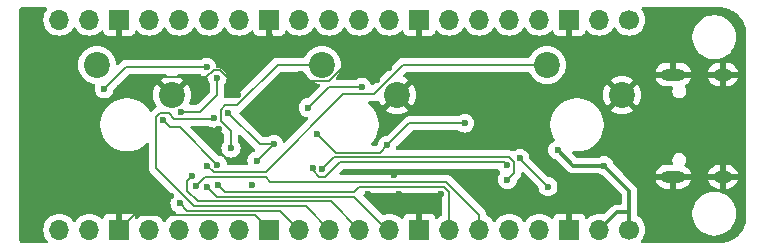
<source format=gbr>
%TF.GenerationSoftware,KiCad,Pcbnew,8.0.4*%
%TF.CreationDate,2025-01-25T23:18:52-05:00*%
%TF.ProjectId,catkeeb_devboard,6361746b-6565-4625-9f64-6576626f6172,rev?*%
%TF.SameCoordinates,Original*%
%TF.FileFunction,Copper,L2,Bot*%
%TF.FilePolarity,Positive*%
%FSLAX46Y46*%
G04 Gerber Fmt 4.6, Leading zero omitted, Abs format (unit mm)*
G04 Created by KiCad (PCBNEW 8.0.4) date 2025-01-25 23:18:52*
%MOMM*%
%LPD*%
G01*
G04 APERTURE LIST*
%TA.AperFunction,ComponentPad*%
%ADD10C,1.700000*%
%TD*%
%TA.AperFunction,ComponentPad*%
%ADD11O,1.700000X1.700000*%
%TD*%
%TA.AperFunction,ComponentPad*%
%ADD12R,1.700000X1.700000*%
%TD*%
%TA.AperFunction,ComponentPad*%
%ADD13O,2.100000X1.000000*%
%TD*%
%TA.AperFunction,ComponentPad*%
%ADD14O,1.600000X1.000000*%
%TD*%
%TA.AperFunction,ComponentPad*%
%ADD15C,2.200000*%
%TD*%
%TA.AperFunction,ViaPad*%
%ADD16C,0.600000*%
%TD*%
%TA.AperFunction,Conductor*%
%ADD17C,0.200000*%
%TD*%
%TA.AperFunction,Conductor*%
%ADD18C,0.300000*%
%TD*%
G04 APERTURE END LIST*
D10*
%TO.P,J6,1,Pin_1*%
%TO.N,+5V*%
X89360000Y-63960000D03*
D11*
%TO.P,J6,2,Pin_2*%
X86820000Y-63960000D03*
D12*
%TO.P,J6,3,Pin_3*%
%TO.N,GND*%
X84280000Y-63960000D03*
D11*
%TO.P,J6,4,Pin_4*%
%TO.N,+3V3*%
X81740000Y-63960000D03*
%TO.P,J6,5,Pin_5*%
X79200000Y-63960000D03*
%TO.P,J6,6,Pin_6*%
%TO.N,GPIO26_ADC3*%
X76660000Y-63960000D03*
%TO.P,J6,7,Pin_7*%
%TO.N,GPIO26_ADC2*%
X74120000Y-63960000D03*
D12*
%TO.P,J6,8,Pin_8*%
%TO.N,GND*%
X71580000Y-63960000D03*
D11*
%TO.P,J6,9,Pin_9*%
%TO.N,GPIO26_ADC1*%
X69040000Y-63960000D03*
%TO.P,J6,10,Pin_10*%
%TO.N,GPIO26_ADC0*%
X66500000Y-63960000D03*
%TO.P,J6,11,Pin_11*%
%TO.N,RUN*%
X63960000Y-63960000D03*
%TO.P,J6,12,Pin_12*%
%TO.N,GPIO22*%
X61420000Y-63960000D03*
D12*
%TO.P,J6,13,Pin_13*%
%TO.N,GND*%
X58880000Y-63960000D03*
D11*
%TO.P,J6,14,Pin_14*%
%TO.N,GPIO21*%
X56340000Y-63960000D03*
%TO.P,J6,15,Pin_15*%
%TO.N,GPIO20*%
X53800000Y-63960000D03*
%TO.P,J6,16,Pin_16*%
%TO.N,GPIO19*%
X51260000Y-63960000D03*
%TO.P,J6,17,Pin_17*%
%TO.N,GPIO18*%
X48720000Y-63960000D03*
D12*
%TO.P,J6,18,Pin_18*%
%TO.N,GND*%
X46180000Y-63960000D03*
D11*
%TO.P,J6,19,Pin_19*%
%TO.N,GPIO17*%
X43640000Y-63960000D03*
%TO.P,J6,20,Pin_20*%
%TO.N,GPIO16*%
X41100000Y-63960000D03*
%TD*%
%TO.P,J2,20,Pin_20*%
%TO.N,GPIO15*%
X41100000Y-46180000D03*
%TO.P,J2,19,Pin_19*%
%TO.N,GPIO14*%
X43640000Y-46180000D03*
D12*
%TO.P,J2,18,Pin_18*%
%TO.N,GND*%
X46180000Y-46180000D03*
D11*
%TO.P,J2,17,Pin_17*%
%TO.N,GPIO13*%
X48720000Y-46180000D03*
%TO.P,J2,16,Pin_16*%
%TO.N,GPIO12*%
X51260000Y-46180000D03*
%TO.P,J2,15,Pin_15*%
%TO.N,GPIO11*%
X53800000Y-46180000D03*
%TO.P,J2,14,Pin_14*%
%TO.N,GPIO10*%
X56340000Y-46180000D03*
D12*
%TO.P,J2,13,Pin_13*%
%TO.N,GND*%
X58880000Y-46180000D03*
D11*
%TO.P,J2,12,Pin_12*%
%TO.N,GPIO9*%
X61420000Y-46180000D03*
%TO.P,J2,11,Pin_11*%
%TO.N,GPIO8*%
X63960000Y-46180000D03*
%TO.P,J2,10,Pin_10*%
%TO.N,GPIO7*%
X66500000Y-46180000D03*
%TO.P,J2,9,Pin_9*%
%TO.N,GPIO6*%
X69040000Y-46180000D03*
D12*
%TO.P,J2,8,Pin_8*%
%TO.N,GND*%
X71580000Y-46180000D03*
D11*
%TO.P,J2,7,Pin_7*%
%TO.N,GPIO5*%
X74120000Y-46180000D03*
%TO.P,J2,6,Pin_6*%
%TO.N,GPIO4*%
X76660000Y-46180000D03*
%TO.P,J2,5,Pin_5*%
%TO.N,GPIO3*%
X79200000Y-46180000D03*
%TO.P,J2,4,Pin_4*%
%TO.N,GPIO2*%
X81740000Y-46180000D03*
D12*
%TO.P,J2,3,Pin_3*%
%TO.N,GND*%
X84280000Y-46180000D03*
D11*
%TO.P,J2,2,Pin_2*%
%TO.N,GPIO1*%
X86820000Y-46180000D03*
D10*
%TO.P,J2,1,Pin_1*%
%TO.N,GPIO0*%
X89360000Y-46180000D03*
%TD*%
D13*
%TO.P,J1,S1,SHIELD*%
%TO.N,GND*%
X93090000Y-59470000D03*
D14*
X97270000Y-59470000D03*
D13*
X93090000Y-50830000D03*
D14*
X97270000Y-50830000D03*
%TD*%
D15*
%TO.P,MX2,1,COL*%
%TO.N,GPIO24*%
X63341250Y-50000000D03*
%TO.P,MX2,2,ROW*%
%TO.N,GND*%
X69691250Y-52540000D03*
%TD*%
%TO.P,MX3,1,COL*%
%TO.N,GPIO25*%
X44291250Y-50000000D03*
%TO.P,MX3,2,ROW*%
%TO.N,GND*%
X50641250Y-52540000D03*
%TD*%
%TO.P,MX1,1,COL*%
%TO.N,GPIO23*%
X82391250Y-50000000D03*
%TO.P,MX1,2,ROW*%
%TO.N,GND*%
X88741250Y-52540000D03*
%TD*%
D16*
%TO.N,GND*%
X95300000Y-50850000D03*
X95250000Y-59400000D03*
X58900000Y-47600000D03*
X69000000Y-50250000D03*
X68000000Y-51250000D03*
X90500000Y-62000000D03*
X68500000Y-55500000D03*
%TO.N,GPIO26_ADC3*%
X52710000Y-60260000D03*
%TO.N,GPIO22*%
X51310000Y-61720000D03*
%TO.N,GND*%
X90500000Y-49000000D03*
X88500000Y-49000000D03*
X86500000Y-49000000D03*
X84500000Y-49000000D03*
X75000000Y-53000000D03*
X81000000Y-53000000D03*
X79000000Y-53000000D03*
X77000000Y-53000000D03*
X72000000Y-52500000D03*
X68500000Y-54000000D03*
X71000000Y-54000000D03*
X71000000Y-51000000D03*
X81000000Y-51500000D03*
X79000000Y-51500000D03*
X77000000Y-51500000D03*
X75000000Y-51500000D03*
X87500000Y-54500000D03*
X86500000Y-52500000D03*
X84500000Y-52500000D03*
X87000000Y-62000000D03*
X85000000Y-62000000D03*
X45000000Y-59000000D03*
X49000000Y-48000000D03*
X47000000Y-48000000D03*
X48580000Y-51970000D03*
X50562108Y-61117892D03*
X65240000Y-48830000D03*
X61590000Y-50760000D03*
%TO.N,+1V1*%
X57828453Y-58108453D03*
%TO.N,GND*%
X46220000Y-52000000D03*
X58010000Y-52970000D03*
%TO.N,XIN*%
X54460000Y-51090000D03*
%TO.N,GND*%
X56190000Y-52550000D03*
%TO.N,RUN*%
X54188575Y-54518600D03*
%TO.N,GPIO25*%
X49881570Y-54700000D03*
%TO.N,GND*%
X45870000Y-57810000D03*
X49380000Y-51070000D03*
%TO.N,GPIO25*%
X54490064Y-58476991D03*
%TO.N,GPIO24*%
X55635735Y-57044265D03*
%TO.N,+1V1*%
X55390763Y-54040760D03*
X59253360Y-56730000D03*
%TO.N,+3V3*%
X62950000Y-55840000D03*
X68850000Y-56820000D03*
X75420000Y-54940000D03*
X80106970Y-57925285D03*
X82470000Y-60310000D03*
%TO.N,XIN*%
X51410000Y-53960000D03*
%TO.N,XOUT*%
X44890000Y-52040000D03*
X53569997Y-50200003D03*
%TO.N,QSPI_SCLK*%
X79040000Y-59710000D03*
X63350000Y-58860000D03*
%TO.N,GPIO26_ADC0*%
X52345600Y-59425600D03*
%TO.N,GPIO26_ADC1*%
X53642288Y-60347243D03*
%TO.N,GPIO23*%
X53640449Y-58533524D03*
%TO.N,QSPI_SD3*%
X79010000Y-58510000D03*
X62540000Y-58750000D03*
%TO.N,GPIO26_ADC2*%
X54510735Y-60150735D03*
%TO.N,GPIO0*%
X62180000Y-53620000D03*
X66699265Y-51879265D03*
%TO.N,+5V*%
X87220000Y-58526714D03*
X83297488Y-57213983D03*
%TO.N,GND*%
X70820000Y-56800000D03*
X61620000Y-48150000D03*
X69450982Y-59289018D03*
X73447498Y-60930000D03*
X69830000Y-60920000D03*
X54610000Y-55440000D03*
X89680000Y-59510000D03*
X67230000Y-60920000D03*
X57390002Y-60150000D03*
X89520000Y-58000000D03*
%TD*%
D17*
%TO.N,GND*%
X56190000Y-52550000D02*
X56190000Y-51971471D01*
X54668529Y-50450000D02*
X54168529Y-50450000D01*
X56190000Y-51971471D02*
X54668529Y-50450000D01*
X54168529Y-50450000D02*
X53548529Y-51070000D01*
X53548529Y-51070000D02*
X49380000Y-51070000D01*
%TO.N,GPIO26_ADC3*%
X58560000Y-59500000D02*
X58950000Y-59890000D01*
X58950000Y-59890000D02*
X73840000Y-59890000D01*
X76660000Y-62710000D02*
X76660000Y-63960000D01*
X53470000Y-59500000D02*
X58560000Y-59500000D01*
X73840000Y-59890000D02*
X76660000Y-62710000D01*
X52710000Y-60260000D02*
X53470000Y-59500000D01*
%TO.N,GPIO23*%
X53640449Y-58533524D02*
X54183916Y-59076991D01*
X65158583Y-52479265D02*
X67740735Y-52479265D01*
X58560857Y-59076991D02*
X65158583Y-52479265D01*
X67740735Y-52479265D02*
X70220000Y-50000000D01*
X54183916Y-59076991D02*
X58560857Y-59076991D01*
X70220000Y-50000000D02*
X82391250Y-50000000D01*
%TO.N,GPIO26_ADC2*%
X54510735Y-60150735D02*
X55110000Y-60750000D01*
X55110000Y-60750000D02*
X66020000Y-60750000D01*
X66020000Y-60750000D02*
X66450000Y-60320000D01*
X66450000Y-60320000D02*
X73656395Y-60320000D01*
%TO.N,GPIO26_ADC1*%
X69040000Y-63960000D02*
X68855785Y-63960000D01*
X68855785Y-63960000D02*
X66045785Y-61150000D01*
X66045785Y-61150000D02*
X54445045Y-61150000D01*
X54445045Y-61150000D02*
X53642288Y-60347243D01*
%TO.N,GPIO26_ADC0*%
X52345600Y-59425600D02*
X51940000Y-59831200D01*
X51940000Y-59831200D02*
X51940000Y-60660000D01*
X51940000Y-60660000D02*
X52830000Y-61550000D01*
X52830000Y-61550000D02*
X64090000Y-61550000D01*
X64090000Y-61550000D02*
X66500000Y-63960000D01*
%TO.N,RUN*%
X54188575Y-54518600D02*
X54147175Y-54560000D01*
X50350000Y-54100000D02*
X49633039Y-54100000D01*
X49633039Y-54100000D02*
X49281570Y-54451469D01*
X54147175Y-54560000D02*
X50810000Y-54560000D01*
X50810000Y-54560000D02*
X50350000Y-54100000D01*
X61950000Y-61950000D02*
X63960000Y-63960000D01*
X49281570Y-54451469D02*
X49281570Y-58751570D01*
X49281570Y-58751570D02*
X52480000Y-61950000D01*
X52480000Y-61950000D02*
X61950000Y-61950000D01*
%TO.N,GPIO22*%
X61420000Y-63960000D02*
X59810000Y-62350000D01*
X59810000Y-62350000D02*
X51940000Y-62350000D01*
X51940000Y-62350000D02*
X51310000Y-61720000D01*
D18*
%TO.N,+5V*%
X89360000Y-62500000D02*
X89360000Y-63960000D01*
X89360000Y-60666714D02*
X89360000Y-62500000D01*
X89360000Y-62500000D02*
X88280000Y-62500000D01*
X88280000Y-62500000D02*
X86820000Y-63960000D01*
D17*
%TO.N,GND*%
X47390000Y-62750000D02*
X47050000Y-63090000D01*
X47050000Y-63090000D02*
X46180000Y-63960000D01*
X49022108Y-61117892D02*
X47050000Y-63090000D01*
X50562108Y-61117892D02*
X49022108Y-61117892D01*
X61590000Y-50760000D02*
X62230000Y-51400000D01*
X62230000Y-51400000D02*
X63921149Y-51400000D01*
X65240000Y-50081149D02*
X65240000Y-48830000D01*
X63921149Y-51400000D02*
X65240000Y-50081149D01*
X69830000Y-60920000D02*
X69840000Y-60930000D01*
X69840000Y-60930000D02*
X73447498Y-60930000D01*
%TO.N,GPIO26_ADC2*%
X74350000Y-63730000D02*
X74120000Y-63960000D01*
X73656395Y-60320000D02*
X73666395Y-60330000D01*
X73666395Y-60330000D02*
X73198969Y-60330000D01*
%TO.N,GPIO24*%
X54790761Y-53792231D02*
X54790761Y-54772232D01*
X59588529Y-50000000D02*
X56147769Y-53440760D01*
X56147769Y-53440760D02*
X55142232Y-53440760D01*
X63341250Y-50000000D02*
X59588529Y-50000000D01*
X54790761Y-54772232D02*
X55635735Y-55617206D01*
X55142232Y-53440760D02*
X54790761Y-53792231D01*
X55635735Y-55617206D02*
X55635735Y-57044265D01*
%TO.N,+1V1*%
X55390763Y-54040763D02*
X58080000Y-56730000D01*
X55390763Y-54040760D02*
X55390763Y-54040763D01*
X58080000Y-56730000D02*
X59253360Y-56730000D01*
X57828453Y-58108453D02*
X57874907Y-58108453D01*
X57874907Y-58108453D02*
X59253360Y-56730000D01*
%TO.N,GND*%
X46220000Y-52000000D02*
X47150000Y-51070000D01*
X47150000Y-51070000D02*
X49380000Y-51070000D01*
X69830000Y-60920000D02*
X71580000Y-62670000D01*
X71580000Y-62670000D02*
X71580000Y-63960000D01*
X69830000Y-60920000D02*
X67230000Y-60920000D01*
%TO.N,XIN*%
X54460000Y-51090000D02*
X54460000Y-52540000D01*
X54460000Y-52540000D02*
X53040000Y-53960000D01*
X53040000Y-53960000D02*
X51410000Y-53960000D01*
%TO.N,GPIO25*%
X49881570Y-54700000D02*
X50462820Y-55281250D01*
X51294323Y-55281250D02*
X54490064Y-58476991D01*
X50462820Y-55281250D02*
X51294323Y-55281250D01*
%TO.N,XOUT*%
X44890000Y-52040000D02*
X46750000Y-50180000D01*
X46750000Y-50180000D02*
X53549994Y-50180000D01*
X53549994Y-50180000D02*
X53569997Y-50200003D01*
%TO.N,GND*%
X58880000Y-63960000D02*
X57670000Y-62750000D01*
X57670000Y-62750000D02*
X47390000Y-62750000D01*
%TO.N,GPIO0*%
X66699265Y-51879265D02*
X63920735Y-51879265D01*
X63920735Y-51879265D02*
X62180000Y-53620000D01*
%TO.N,GPIO25*%
X45074652Y-50000000D02*
X44291250Y-50000000D01*
%TO.N,+3V3*%
X80106970Y-57946970D02*
X80106970Y-57925285D01*
X68850000Y-56820000D02*
X68240000Y-57430000D01*
X68850000Y-56820000D02*
X70730000Y-54940000D01*
X64540000Y-57430000D02*
X62950000Y-55840000D01*
X82470000Y-60310000D02*
X80106970Y-57946970D01*
X68240000Y-57430000D02*
X64540000Y-57430000D01*
X70730000Y-54940000D02*
X75420000Y-54940000D01*
%TO.N,QSPI_SCLK*%
X64380000Y-57830000D02*
X63350000Y-58860000D01*
X79610000Y-59140000D02*
X79610000Y-58261471D01*
X79610000Y-58261471D02*
X79178529Y-57830000D01*
X79040000Y-59710000D02*
X79610000Y-59140000D01*
X79178529Y-57830000D02*
X64380000Y-57830000D01*
%TO.N,QSPI_SD3*%
X63101471Y-59460000D02*
X63598529Y-59460000D01*
X64828529Y-58230000D02*
X78730000Y-58230000D01*
X63598529Y-59460000D02*
X64828529Y-58230000D01*
X78730000Y-58230000D02*
X79010000Y-58510000D01*
X62580736Y-58939265D02*
X63101471Y-59460000D01*
D18*
%TO.N,+5V*%
X83313983Y-57213983D02*
X84626714Y-58526714D01*
X87220000Y-58526714D02*
X89360000Y-60666714D01*
X84626714Y-58526714D02*
X87220000Y-58526714D01*
X83297488Y-57213983D02*
X83313983Y-57213983D01*
D17*
%TO.N,GND*%
X89520000Y-59350000D02*
X89680000Y-59510000D01*
X89520000Y-58000000D02*
X89520000Y-59350000D01*
%TO.N,GPIO26_ADC2*%
X73656395Y-60320000D02*
X73686027Y-60320000D01*
X73686027Y-60320000D02*
X74120000Y-60753973D01*
X74120000Y-60753973D02*
X74120000Y-63960000D01*
%TD*%
%TA.AperFunction,Conductor*%
%TO.N,GND*%
G36*
X40016872Y-45147581D02*
G01*
X40062627Y-45200385D01*
X40072571Y-45269543D01*
X40051408Y-45323019D01*
X39925965Y-45502169D01*
X39925964Y-45502171D01*
X39826098Y-45716335D01*
X39826094Y-45716344D01*
X39764938Y-45944586D01*
X39764936Y-45944596D01*
X39744341Y-46179999D01*
X39744341Y-46180000D01*
X39764936Y-46415403D01*
X39764938Y-46415413D01*
X39826094Y-46643655D01*
X39826096Y-46643659D01*
X39826097Y-46643663D01*
X39906004Y-46815023D01*
X39925965Y-46857830D01*
X39925967Y-46857834D01*
X39992786Y-46953260D01*
X40061505Y-47051401D01*
X40228599Y-47218495D01*
X40262542Y-47242262D01*
X40422165Y-47354032D01*
X40422167Y-47354033D01*
X40422170Y-47354035D01*
X40636337Y-47453903D01*
X40864592Y-47515063D01*
X41035319Y-47530000D01*
X41099999Y-47535659D01*
X41100000Y-47535659D01*
X41100001Y-47535659D01*
X41164681Y-47530000D01*
X41335408Y-47515063D01*
X41563663Y-47453903D01*
X41777830Y-47354035D01*
X41971401Y-47218495D01*
X42138495Y-47051401D01*
X42268425Y-46865842D01*
X42323002Y-46822217D01*
X42392500Y-46815023D01*
X42454855Y-46846546D01*
X42471575Y-46865842D01*
X42601500Y-47051395D01*
X42601505Y-47051401D01*
X42768599Y-47218495D01*
X42802542Y-47242262D01*
X42962165Y-47354032D01*
X42962167Y-47354033D01*
X42962170Y-47354035D01*
X43176337Y-47453903D01*
X43404592Y-47515063D01*
X43575319Y-47530000D01*
X43639999Y-47535659D01*
X43640000Y-47535659D01*
X43640001Y-47535659D01*
X43704681Y-47530000D01*
X43875408Y-47515063D01*
X44103663Y-47453903D01*
X44317830Y-47354035D01*
X44511401Y-47218495D01*
X44633717Y-47096178D01*
X44695036Y-47062696D01*
X44764728Y-47067680D01*
X44820662Y-47109551D01*
X44837577Y-47140528D01*
X44886646Y-47272088D01*
X44886649Y-47272093D01*
X44972809Y-47387187D01*
X44972812Y-47387190D01*
X45087906Y-47473350D01*
X45087913Y-47473354D01*
X45222620Y-47523596D01*
X45222627Y-47523598D01*
X45282155Y-47529999D01*
X45282172Y-47530000D01*
X45930000Y-47530000D01*
X45930000Y-46613012D01*
X45987007Y-46645925D01*
X46114174Y-46680000D01*
X46245826Y-46680000D01*
X46372993Y-46645925D01*
X46430000Y-46613012D01*
X46430000Y-47530000D01*
X47077828Y-47530000D01*
X47077844Y-47529999D01*
X47137372Y-47523598D01*
X47137379Y-47523596D01*
X47272086Y-47473354D01*
X47272093Y-47473350D01*
X47387187Y-47387190D01*
X47387190Y-47387187D01*
X47473350Y-47272093D01*
X47473354Y-47272086D01*
X47522422Y-47140529D01*
X47564293Y-47084595D01*
X47629757Y-47060178D01*
X47698030Y-47075030D01*
X47726285Y-47096181D01*
X47848599Y-47218495D01*
X47882542Y-47242262D01*
X48042165Y-47354032D01*
X48042167Y-47354033D01*
X48042170Y-47354035D01*
X48256337Y-47453903D01*
X48484592Y-47515063D01*
X48655319Y-47530000D01*
X48719999Y-47535659D01*
X48720000Y-47535659D01*
X48720001Y-47535659D01*
X48784681Y-47530000D01*
X48955408Y-47515063D01*
X49183663Y-47453903D01*
X49397830Y-47354035D01*
X49591401Y-47218495D01*
X49758495Y-47051401D01*
X49888425Y-46865842D01*
X49943002Y-46822217D01*
X50012500Y-46815023D01*
X50074855Y-46846546D01*
X50091575Y-46865842D01*
X50221500Y-47051395D01*
X50221505Y-47051401D01*
X50388599Y-47218495D01*
X50422542Y-47242262D01*
X50582165Y-47354032D01*
X50582167Y-47354033D01*
X50582170Y-47354035D01*
X50796337Y-47453903D01*
X51024592Y-47515063D01*
X51195319Y-47530000D01*
X51259999Y-47535659D01*
X51260000Y-47535659D01*
X51260001Y-47535659D01*
X51324681Y-47530000D01*
X51495408Y-47515063D01*
X51723663Y-47453903D01*
X51937830Y-47354035D01*
X52131401Y-47218495D01*
X52298495Y-47051401D01*
X52428425Y-46865842D01*
X52483002Y-46822217D01*
X52552500Y-46815023D01*
X52614855Y-46846546D01*
X52631575Y-46865842D01*
X52761500Y-47051395D01*
X52761505Y-47051401D01*
X52928599Y-47218495D01*
X52962542Y-47242262D01*
X53122165Y-47354032D01*
X53122167Y-47354033D01*
X53122170Y-47354035D01*
X53336337Y-47453903D01*
X53564592Y-47515063D01*
X53735319Y-47530000D01*
X53799999Y-47535659D01*
X53800000Y-47535659D01*
X53800001Y-47535659D01*
X53864681Y-47530000D01*
X54035408Y-47515063D01*
X54263663Y-47453903D01*
X54477830Y-47354035D01*
X54671401Y-47218495D01*
X54838495Y-47051401D01*
X54968425Y-46865842D01*
X55023002Y-46822217D01*
X55092500Y-46815023D01*
X55154855Y-46846546D01*
X55171575Y-46865842D01*
X55301500Y-47051395D01*
X55301505Y-47051401D01*
X55468599Y-47218495D01*
X55502542Y-47242262D01*
X55662165Y-47354032D01*
X55662167Y-47354033D01*
X55662170Y-47354035D01*
X55876337Y-47453903D01*
X56104592Y-47515063D01*
X56275319Y-47530000D01*
X56339999Y-47535659D01*
X56340000Y-47535659D01*
X56340001Y-47535659D01*
X56404681Y-47530000D01*
X56575408Y-47515063D01*
X56803663Y-47453903D01*
X57017830Y-47354035D01*
X57211401Y-47218495D01*
X57333717Y-47096178D01*
X57395036Y-47062696D01*
X57464728Y-47067680D01*
X57520662Y-47109551D01*
X57537577Y-47140528D01*
X57586646Y-47272088D01*
X57586649Y-47272093D01*
X57672809Y-47387187D01*
X57672812Y-47387190D01*
X57787906Y-47473350D01*
X57787913Y-47473354D01*
X57922620Y-47523596D01*
X57922627Y-47523598D01*
X57982155Y-47529999D01*
X57982172Y-47530000D01*
X58630000Y-47530000D01*
X58630000Y-46613012D01*
X58687007Y-46645925D01*
X58814174Y-46680000D01*
X58945826Y-46680000D01*
X59072993Y-46645925D01*
X59130000Y-46613012D01*
X59130000Y-47530000D01*
X59777828Y-47530000D01*
X59777844Y-47529999D01*
X59837372Y-47523598D01*
X59837379Y-47523596D01*
X59972086Y-47473354D01*
X59972093Y-47473350D01*
X60087187Y-47387190D01*
X60087190Y-47387187D01*
X60173350Y-47272093D01*
X60173354Y-47272086D01*
X60222422Y-47140529D01*
X60264293Y-47084595D01*
X60329757Y-47060178D01*
X60398030Y-47075030D01*
X60426285Y-47096181D01*
X60548599Y-47218495D01*
X60582542Y-47242262D01*
X60742165Y-47354032D01*
X60742167Y-47354033D01*
X60742170Y-47354035D01*
X60956337Y-47453903D01*
X61184592Y-47515063D01*
X61355319Y-47530000D01*
X61419999Y-47535659D01*
X61420000Y-47535659D01*
X61420001Y-47535659D01*
X61484681Y-47530000D01*
X61655408Y-47515063D01*
X61883663Y-47453903D01*
X62097830Y-47354035D01*
X62291401Y-47218495D01*
X62458495Y-47051401D01*
X62588425Y-46865842D01*
X62643002Y-46822217D01*
X62712500Y-46815023D01*
X62774855Y-46846546D01*
X62791575Y-46865842D01*
X62921500Y-47051395D01*
X62921505Y-47051401D01*
X63088599Y-47218495D01*
X63122542Y-47242262D01*
X63282165Y-47354032D01*
X63282167Y-47354033D01*
X63282170Y-47354035D01*
X63496337Y-47453903D01*
X63724592Y-47515063D01*
X63895319Y-47530000D01*
X63959999Y-47535659D01*
X63960000Y-47535659D01*
X63960001Y-47535659D01*
X64024681Y-47530000D01*
X64195408Y-47515063D01*
X64423663Y-47453903D01*
X64637830Y-47354035D01*
X64831401Y-47218495D01*
X64998495Y-47051401D01*
X65128425Y-46865842D01*
X65183002Y-46822217D01*
X65252500Y-46815023D01*
X65314855Y-46846546D01*
X65331575Y-46865842D01*
X65461500Y-47051395D01*
X65461505Y-47051401D01*
X65628599Y-47218495D01*
X65662542Y-47242262D01*
X65822165Y-47354032D01*
X65822167Y-47354033D01*
X65822170Y-47354035D01*
X66036337Y-47453903D01*
X66264592Y-47515063D01*
X66435319Y-47530000D01*
X66499999Y-47535659D01*
X66500000Y-47535659D01*
X66500001Y-47535659D01*
X66564681Y-47530000D01*
X66735408Y-47515063D01*
X66963663Y-47453903D01*
X67177830Y-47354035D01*
X67371401Y-47218495D01*
X67538495Y-47051401D01*
X67668425Y-46865842D01*
X67723002Y-46822217D01*
X67792500Y-46815023D01*
X67854855Y-46846546D01*
X67871575Y-46865842D01*
X68001500Y-47051395D01*
X68001505Y-47051401D01*
X68168599Y-47218495D01*
X68202542Y-47242262D01*
X68362165Y-47354032D01*
X68362167Y-47354033D01*
X68362170Y-47354035D01*
X68576337Y-47453903D01*
X68804592Y-47515063D01*
X68975319Y-47530000D01*
X69039999Y-47535659D01*
X69040000Y-47535659D01*
X69040001Y-47535659D01*
X69104681Y-47530000D01*
X69275408Y-47515063D01*
X69503663Y-47453903D01*
X69717830Y-47354035D01*
X69911401Y-47218495D01*
X70033717Y-47096178D01*
X70095036Y-47062696D01*
X70164728Y-47067680D01*
X70220662Y-47109551D01*
X70237577Y-47140528D01*
X70286646Y-47272088D01*
X70286649Y-47272093D01*
X70372809Y-47387187D01*
X70372812Y-47387190D01*
X70487906Y-47473350D01*
X70487913Y-47473354D01*
X70622620Y-47523596D01*
X70622627Y-47523598D01*
X70682155Y-47529999D01*
X70682172Y-47530000D01*
X71330000Y-47530000D01*
X71330000Y-46613012D01*
X71387007Y-46645925D01*
X71514174Y-46680000D01*
X71645826Y-46680000D01*
X71772993Y-46645925D01*
X71830000Y-46613012D01*
X71830000Y-47530000D01*
X72477828Y-47530000D01*
X72477844Y-47529999D01*
X72537372Y-47523598D01*
X72537379Y-47523596D01*
X72672086Y-47473354D01*
X72672093Y-47473350D01*
X72787187Y-47387190D01*
X72787190Y-47387187D01*
X72873350Y-47272093D01*
X72873354Y-47272086D01*
X72922422Y-47140529D01*
X72964293Y-47084595D01*
X73029757Y-47060178D01*
X73098030Y-47075030D01*
X73126285Y-47096181D01*
X73248599Y-47218495D01*
X73282542Y-47242262D01*
X73442165Y-47354032D01*
X73442167Y-47354033D01*
X73442170Y-47354035D01*
X73656337Y-47453903D01*
X73884592Y-47515063D01*
X74055319Y-47530000D01*
X74119999Y-47535659D01*
X74120000Y-47535659D01*
X74120001Y-47535659D01*
X74184681Y-47530000D01*
X74355408Y-47515063D01*
X74583663Y-47453903D01*
X74797830Y-47354035D01*
X74991401Y-47218495D01*
X75158495Y-47051401D01*
X75288425Y-46865842D01*
X75343002Y-46822217D01*
X75412500Y-46815023D01*
X75474855Y-46846546D01*
X75491575Y-46865842D01*
X75621500Y-47051395D01*
X75621505Y-47051401D01*
X75788599Y-47218495D01*
X75822542Y-47242262D01*
X75982165Y-47354032D01*
X75982167Y-47354033D01*
X75982170Y-47354035D01*
X76196337Y-47453903D01*
X76424592Y-47515063D01*
X76595319Y-47530000D01*
X76659999Y-47535659D01*
X76660000Y-47535659D01*
X76660001Y-47535659D01*
X76724681Y-47530000D01*
X76895408Y-47515063D01*
X77123663Y-47453903D01*
X77337830Y-47354035D01*
X77531401Y-47218495D01*
X77698495Y-47051401D01*
X77828425Y-46865842D01*
X77883002Y-46822217D01*
X77952500Y-46815023D01*
X78014855Y-46846546D01*
X78031575Y-46865842D01*
X78161500Y-47051395D01*
X78161505Y-47051401D01*
X78328599Y-47218495D01*
X78362542Y-47242262D01*
X78522165Y-47354032D01*
X78522167Y-47354033D01*
X78522170Y-47354035D01*
X78736337Y-47453903D01*
X78964592Y-47515063D01*
X79135319Y-47530000D01*
X79199999Y-47535659D01*
X79200000Y-47535659D01*
X79200001Y-47535659D01*
X79264681Y-47530000D01*
X79435408Y-47515063D01*
X79663663Y-47453903D01*
X79877830Y-47354035D01*
X80071401Y-47218495D01*
X80238495Y-47051401D01*
X80368425Y-46865842D01*
X80423002Y-46822217D01*
X80492500Y-46815023D01*
X80554855Y-46846546D01*
X80571575Y-46865842D01*
X80701500Y-47051395D01*
X80701505Y-47051401D01*
X80868599Y-47218495D01*
X80902542Y-47242262D01*
X81062165Y-47354032D01*
X81062167Y-47354033D01*
X81062170Y-47354035D01*
X81276337Y-47453903D01*
X81504592Y-47515063D01*
X81675319Y-47530000D01*
X81739999Y-47535659D01*
X81740000Y-47535659D01*
X81740001Y-47535659D01*
X81804681Y-47530000D01*
X81975408Y-47515063D01*
X82203663Y-47453903D01*
X82417830Y-47354035D01*
X82611401Y-47218495D01*
X82733717Y-47096178D01*
X82795036Y-47062696D01*
X82864728Y-47067680D01*
X82920662Y-47109551D01*
X82937577Y-47140528D01*
X82986646Y-47272088D01*
X82986649Y-47272093D01*
X83072809Y-47387187D01*
X83072812Y-47387190D01*
X83187906Y-47473350D01*
X83187913Y-47473354D01*
X83322620Y-47523596D01*
X83322627Y-47523598D01*
X83382155Y-47529999D01*
X83382172Y-47530000D01*
X84030000Y-47530000D01*
X84030000Y-46613012D01*
X84087007Y-46645925D01*
X84214174Y-46680000D01*
X84345826Y-46680000D01*
X84472993Y-46645925D01*
X84530000Y-46613012D01*
X84530000Y-47530000D01*
X85177828Y-47530000D01*
X85177844Y-47529999D01*
X85237372Y-47523598D01*
X85237379Y-47523596D01*
X85372086Y-47473354D01*
X85372093Y-47473350D01*
X85487187Y-47387190D01*
X85487190Y-47387187D01*
X85573350Y-47272093D01*
X85573354Y-47272086D01*
X85622422Y-47140529D01*
X85664293Y-47084595D01*
X85729757Y-47060178D01*
X85798030Y-47075030D01*
X85826285Y-47096181D01*
X85948599Y-47218495D01*
X85982542Y-47242262D01*
X86142165Y-47354032D01*
X86142167Y-47354033D01*
X86142170Y-47354035D01*
X86356337Y-47453903D01*
X86584592Y-47515063D01*
X86755319Y-47530000D01*
X86819999Y-47535659D01*
X86820000Y-47535659D01*
X86820001Y-47535659D01*
X86884681Y-47530000D01*
X87055408Y-47515063D01*
X87283663Y-47453903D01*
X87497830Y-47354035D01*
X87691401Y-47218495D01*
X87858495Y-47051401D01*
X87988425Y-46865842D01*
X88043002Y-46822217D01*
X88112500Y-46815023D01*
X88174855Y-46846546D01*
X88191575Y-46865842D01*
X88321500Y-47051395D01*
X88321505Y-47051401D01*
X88488599Y-47218495D01*
X88522542Y-47242262D01*
X88682165Y-47354032D01*
X88682167Y-47354033D01*
X88682170Y-47354035D01*
X88896337Y-47453903D01*
X89124592Y-47515063D01*
X89295319Y-47530000D01*
X89359999Y-47535659D01*
X89360000Y-47535659D01*
X89360001Y-47535659D01*
X89424681Y-47530000D01*
X89439414Y-47528711D01*
X94699500Y-47528711D01*
X94699500Y-47771288D01*
X94731161Y-48011785D01*
X94793947Y-48246104D01*
X94886773Y-48470205D01*
X94886776Y-48470212D01*
X95008064Y-48680289D01*
X95008066Y-48680292D01*
X95008067Y-48680293D01*
X95155733Y-48872736D01*
X95155739Y-48872743D01*
X95327256Y-49044260D01*
X95327262Y-49044265D01*
X95519711Y-49191936D01*
X95729788Y-49313224D01*
X95953900Y-49406054D01*
X96188211Y-49468838D01*
X96368586Y-49492584D01*
X96428711Y-49500500D01*
X96428712Y-49500500D01*
X96671289Y-49500500D01*
X96719388Y-49494167D01*
X96911789Y-49468838D01*
X97146100Y-49406054D01*
X97370212Y-49313224D01*
X97580289Y-49191936D01*
X97772738Y-49044265D01*
X97944265Y-48872738D01*
X98091936Y-48680289D01*
X98213224Y-48470212D01*
X98306054Y-48246100D01*
X98368838Y-48011789D01*
X98400500Y-47771288D01*
X98400500Y-47528712D01*
X98399826Y-47523596D01*
X98384145Y-47404481D01*
X98368838Y-47288211D01*
X98306054Y-47053900D01*
X98213224Y-46829788D01*
X98091936Y-46619711D01*
X98020992Y-46527255D01*
X97944266Y-46427263D01*
X97944260Y-46427256D01*
X97772743Y-46255739D01*
X97772736Y-46255733D01*
X97580293Y-46108067D01*
X97580292Y-46108066D01*
X97580289Y-46108064D01*
X97370612Y-45987007D01*
X97370214Y-45986777D01*
X97370205Y-45986773D01*
X97146104Y-45893947D01*
X96911785Y-45831161D01*
X96671289Y-45799500D01*
X96671288Y-45799500D01*
X96428712Y-45799500D01*
X96428711Y-45799500D01*
X96188214Y-45831161D01*
X95953895Y-45893947D01*
X95729794Y-45986773D01*
X95729785Y-45986777D01*
X95519706Y-46108067D01*
X95327263Y-46255733D01*
X95327256Y-46255739D01*
X95155739Y-46427256D01*
X95155733Y-46427263D01*
X95008067Y-46619706D01*
X94886777Y-46829785D01*
X94886773Y-46829794D01*
X94793947Y-47053895D01*
X94731161Y-47288214D01*
X94699500Y-47528711D01*
X89439414Y-47528711D01*
X89595408Y-47515063D01*
X89823663Y-47453903D01*
X90037830Y-47354035D01*
X90231401Y-47218495D01*
X90398495Y-47051401D01*
X90534035Y-46857830D01*
X90633903Y-46643663D01*
X90695063Y-46415408D01*
X90715659Y-46180000D01*
X90695063Y-45944592D01*
X90633903Y-45716337D01*
X90534035Y-45502171D01*
X90524117Y-45488007D01*
X90408592Y-45323019D01*
X90386265Y-45256813D01*
X90403275Y-45189046D01*
X90454223Y-45141233D01*
X90510167Y-45127896D01*
X96987356Y-45127896D01*
X96990490Y-45127936D01*
X97110016Y-45130957D01*
X97116246Y-45131273D01*
X97226151Y-45139630D01*
X97232316Y-45140255D01*
X97340444Y-45153996D01*
X97346586Y-45154935D01*
X97452788Y-45173900D01*
X97458865Y-45175144D01*
X97563112Y-45199205D01*
X97569097Y-45200744D01*
X97598643Y-45209134D01*
X97671329Y-45229774D01*
X97677148Y-45231584D01*
X97777249Y-45265454D01*
X97782973Y-45267549D01*
X97880828Y-45306132D01*
X97886389Y-45308484D01*
X97981903Y-45351664D01*
X97987338Y-45354284D01*
X98080337Y-45401916D01*
X98085593Y-45404771D01*
X98175965Y-45456733D01*
X98181079Y-45459840D01*
X98268707Y-45516017D01*
X98273602Y-45519323D01*
X98358338Y-45579580D01*
X98363082Y-45583128D01*
X98444735Y-45647294D01*
X98449304Y-45651065D01*
X98527756Y-45719020D01*
X98532136Y-45723000D01*
X98607248Y-45794613D01*
X98611429Y-45798795D01*
X98683025Y-45873890D01*
X98687003Y-45878266D01*
X98754963Y-45956720D01*
X98758735Y-45961291D01*
X98822895Y-46042936D01*
X98826451Y-46047692D01*
X98886684Y-46132392D01*
X98890005Y-46137307D01*
X98946189Y-46224944D01*
X98949287Y-46230043D01*
X99001255Y-46320424D01*
X99004123Y-46325704D01*
X99051755Y-46418699D01*
X99054379Y-46424146D01*
X99097532Y-46519597D01*
X99099900Y-46525195D01*
X99138485Y-46623054D01*
X99140586Y-46628794D01*
X99174446Y-46728863D01*
X99176272Y-46734735D01*
X99205290Y-46836924D01*
X99206829Y-46842909D01*
X99230894Y-46947172D01*
X99232140Y-46953260D01*
X99251101Y-47059438D01*
X99252043Y-47065605D01*
X99265776Y-47173675D01*
X99266408Y-47179904D01*
X99274763Y-47289770D01*
X99275080Y-47296037D01*
X99278103Y-47415549D01*
X99278143Y-47418685D01*
X99278143Y-62781315D01*
X99278103Y-62784451D01*
X99275080Y-62903961D01*
X99274763Y-62910227D01*
X99266409Y-63020083D01*
X99265777Y-63026312D01*
X99252044Y-63134386D01*
X99251102Y-63140554D01*
X99232137Y-63246751D01*
X99230891Y-63252840D01*
X99206833Y-63357071D01*
X99205294Y-63363056D01*
X99176269Y-63465266D01*
X99174443Y-63471137D01*
X99140586Y-63571197D01*
X99138484Y-63576938D01*
X99099904Y-63674782D01*
X99097538Y-63680379D01*
X99054380Y-63775842D01*
X99051755Y-63781289D01*
X99004123Y-63874284D01*
X99001255Y-63879564D01*
X98949287Y-63969945D01*
X98946179Y-63975060D01*
X98890025Y-64062650D01*
X98886690Y-64067588D01*
X98826452Y-64152296D01*
X98822895Y-64157052D01*
X98758735Y-64238697D01*
X98754964Y-64243266D01*
X98686994Y-64321734D01*
X98683014Y-64326113D01*
X98611432Y-64401192D01*
X98607252Y-64405373D01*
X98532124Y-64477001D01*
X98527745Y-64480980D01*
X98449311Y-64548921D01*
X98444741Y-64552693D01*
X98363092Y-64616856D01*
X98358337Y-64620412D01*
X98273634Y-64680646D01*
X98268696Y-64683981D01*
X98181083Y-64740150D01*
X98175969Y-64743258D01*
X98085592Y-64795224D01*
X98080309Y-64798093D01*
X97987334Y-64845713D01*
X97981890Y-64848336D01*
X97886424Y-64891497D01*
X97880826Y-64893865D01*
X97782968Y-64932450D01*
X97777226Y-64934551D01*
X97677179Y-64968403D01*
X97671310Y-64970229D01*
X97569087Y-64999258D01*
X97563100Y-65000798D01*
X97458873Y-65024854D01*
X97452786Y-65026099D01*
X97346595Y-65045063D01*
X97340428Y-65046005D01*
X97232349Y-65059740D01*
X97226118Y-65060372D01*
X97116265Y-65068725D01*
X97109999Y-65069042D01*
X96998597Y-65071859D01*
X96990488Y-65072065D01*
X96987355Y-65072105D01*
X90457153Y-65072105D01*
X90390114Y-65052420D01*
X90344359Y-64999616D01*
X90334415Y-64930458D01*
X90363440Y-64866902D01*
X90369472Y-64860424D01*
X90382804Y-64847092D01*
X90398495Y-64831401D01*
X90534035Y-64637830D01*
X90633903Y-64423663D01*
X90695063Y-64195408D01*
X90715659Y-63960000D01*
X90695063Y-63724592D01*
X90633903Y-63496337D01*
X90534035Y-63282171D01*
X90528425Y-63274158D01*
X90398494Y-63088597D01*
X90231402Y-62921506D01*
X90231401Y-62921505D01*
X90131839Y-62851791D01*
X90063376Y-62803852D01*
X90019751Y-62749275D01*
X90010500Y-62702277D01*
X90010500Y-62478711D01*
X94699500Y-62478711D01*
X94699500Y-62721288D01*
X94731161Y-62961785D01*
X94793947Y-63196104D01*
X94863101Y-63363056D01*
X94886776Y-63420212D01*
X95008064Y-63630289D01*
X95008066Y-63630292D01*
X95008067Y-63630293D01*
X95155733Y-63822736D01*
X95155739Y-63822743D01*
X95327256Y-63994260D01*
X95327263Y-63994266D01*
X95359170Y-64018749D01*
X95519711Y-64141936D01*
X95729788Y-64263224D01*
X95953900Y-64356054D01*
X96188211Y-64418838D01*
X96368586Y-64442584D01*
X96428711Y-64450500D01*
X96428712Y-64450500D01*
X96671289Y-64450500D01*
X96719388Y-64444167D01*
X96911789Y-64418838D01*
X97146100Y-64356054D01*
X97370212Y-64263224D01*
X97580289Y-64141936D01*
X97772738Y-63994265D01*
X97944265Y-63822738D01*
X98091936Y-63630289D01*
X98213224Y-63420212D01*
X98306054Y-63196100D01*
X98368838Y-62961789D01*
X98400500Y-62721288D01*
X98400500Y-62478712D01*
X98368838Y-62238211D01*
X98306054Y-62003900D01*
X98213224Y-61779788D01*
X98091936Y-61569711D01*
X97944265Y-61377262D01*
X97944260Y-61377256D01*
X97772743Y-61205739D01*
X97772736Y-61205733D01*
X97580293Y-61058067D01*
X97580292Y-61058066D01*
X97580289Y-61058064D01*
X97384860Y-60945233D01*
X97370214Y-60936777D01*
X97370205Y-60936773D01*
X97146104Y-60843947D01*
X96911785Y-60781161D01*
X96671289Y-60749500D01*
X96671288Y-60749500D01*
X96428712Y-60749500D01*
X96428711Y-60749500D01*
X96188214Y-60781161D01*
X95953895Y-60843947D01*
X95729794Y-60936773D01*
X95729785Y-60936777D01*
X95519706Y-61058067D01*
X95327263Y-61205733D01*
X95327256Y-61205739D01*
X95155739Y-61377256D01*
X95155733Y-61377263D01*
X95008067Y-61569706D01*
X94886777Y-61779785D01*
X94886773Y-61779794D01*
X94793947Y-62003895D01*
X94731161Y-62238214D01*
X94699500Y-62478711D01*
X90010500Y-62478711D01*
X90010500Y-60602642D01*
X89985502Y-60476975D01*
X89985501Y-60476974D01*
X89985501Y-60476970D01*
X89936465Y-60358587D01*
X89923923Y-60339816D01*
X89865277Y-60252045D01*
X89865275Y-60252042D01*
X89865272Y-60252039D01*
X88833232Y-59220000D01*
X91570138Y-59220000D01*
X92373012Y-59220000D01*
X92355795Y-59229940D01*
X92299940Y-59285795D01*
X92260444Y-59354204D01*
X92240000Y-59430504D01*
X92240000Y-59509496D01*
X92260444Y-59585796D01*
X92299940Y-59654205D01*
X92355795Y-59710060D01*
X92373012Y-59720000D01*
X91570138Y-59720000D01*
X91578430Y-59761690D01*
X91578430Y-59761692D01*
X91653807Y-59943671D01*
X91653814Y-59943684D01*
X91763248Y-60107462D01*
X91763251Y-60107466D01*
X91902533Y-60246748D01*
X91902537Y-60246751D01*
X92066315Y-60356185D01*
X92066328Y-60356192D01*
X92248306Y-60431569D01*
X92248318Y-60431572D01*
X92441504Y-60469999D01*
X92441508Y-60470000D01*
X92840000Y-60470000D01*
X92840000Y-59770000D01*
X93340000Y-59770000D01*
X93340000Y-60470000D01*
X93738492Y-60470000D01*
X93738495Y-60469999D01*
X93931681Y-60431572D01*
X93931693Y-60431569D01*
X94113671Y-60356192D01*
X94113684Y-60356185D01*
X94277462Y-60246751D01*
X94277466Y-60246748D01*
X94416748Y-60107466D01*
X94416751Y-60107462D01*
X94526185Y-59943684D01*
X94526192Y-59943671D01*
X94601569Y-59761692D01*
X94601569Y-59761690D01*
X94609862Y-59720000D01*
X93806988Y-59720000D01*
X93824205Y-59710060D01*
X93880060Y-59654205D01*
X93919556Y-59585796D01*
X93940000Y-59509496D01*
X93940000Y-59430504D01*
X93919556Y-59354204D01*
X93880060Y-59285795D01*
X93824205Y-59229940D01*
X93806988Y-59220000D01*
X94609862Y-59220000D01*
X96000138Y-59220000D01*
X96803012Y-59220000D01*
X96785795Y-59229940D01*
X96729940Y-59285795D01*
X96690444Y-59354204D01*
X96670000Y-59430504D01*
X96670000Y-59509496D01*
X96690444Y-59585796D01*
X96729940Y-59654205D01*
X96785795Y-59710060D01*
X96803012Y-59720000D01*
X96000138Y-59720000D01*
X96008430Y-59761690D01*
X96008430Y-59761692D01*
X96083807Y-59943671D01*
X96083814Y-59943684D01*
X96193248Y-60107462D01*
X96193251Y-60107466D01*
X96332533Y-60246748D01*
X96332537Y-60246751D01*
X96496315Y-60356185D01*
X96496328Y-60356192D01*
X96678306Y-60431569D01*
X96678318Y-60431572D01*
X96871504Y-60469999D01*
X96871508Y-60470000D01*
X97020000Y-60470000D01*
X97020000Y-59770000D01*
X97520000Y-59770000D01*
X97520000Y-60470000D01*
X97668492Y-60470000D01*
X97668495Y-60469999D01*
X97861681Y-60431572D01*
X97861693Y-60431569D01*
X98043671Y-60356192D01*
X98043684Y-60356185D01*
X98207462Y-60246751D01*
X98207466Y-60246748D01*
X98346748Y-60107466D01*
X98346751Y-60107462D01*
X98456185Y-59943684D01*
X98456192Y-59943671D01*
X98531569Y-59761692D01*
X98531569Y-59761690D01*
X98539862Y-59720000D01*
X97736988Y-59720000D01*
X97754205Y-59710060D01*
X97810060Y-59654205D01*
X97849556Y-59585796D01*
X97870000Y-59509496D01*
X97870000Y-59430504D01*
X97849556Y-59354204D01*
X97810060Y-59285795D01*
X97754205Y-59229940D01*
X97736988Y-59220000D01*
X98539862Y-59220000D01*
X98531569Y-59178309D01*
X98531569Y-59178307D01*
X98456192Y-58996328D01*
X98456185Y-58996315D01*
X98346751Y-58832537D01*
X98346748Y-58832533D01*
X98207466Y-58693251D01*
X98207462Y-58693248D01*
X98043684Y-58583814D01*
X98043671Y-58583807D01*
X97861693Y-58508430D01*
X97861681Y-58508427D01*
X97668495Y-58470000D01*
X97520000Y-58470000D01*
X97520000Y-59170000D01*
X97020000Y-59170000D01*
X97020000Y-58470000D01*
X96871504Y-58470000D01*
X96678318Y-58508427D01*
X96678306Y-58508430D01*
X96496328Y-58583807D01*
X96496315Y-58583814D01*
X96332537Y-58693248D01*
X96332533Y-58693251D01*
X96193251Y-58832533D01*
X96193248Y-58832537D01*
X96083814Y-58996315D01*
X96083807Y-58996328D01*
X96008430Y-59178307D01*
X96008430Y-59178309D01*
X96000138Y-59220000D01*
X94609862Y-59220000D01*
X94601569Y-59178309D01*
X94601569Y-59178307D01*
X94526192Y-58996328D01*
X94526185Y-58996315D01*
X94416751Y-58832537D01*
X94416748Y-58832533D01*
X94277466Y-58693251D01*
X94277462Y-58693248D01*
X94113684Y-58583814D01*
X94113674Y-58583809D01*
X94104157Y-58579867D01*
X94049754Y-58536026D01*
X94027689Y-58469731D01*
X94044969Y-58402032D01*
X94048648Y-58396597D01*
X94050512Y-58393367D01*
X94050515Y-58393365D01*
X94126281Y-58262135D01*
X94165500Y-58115766D01*
X94165500Y-57964234D01*
X94126281Y-57817865D01*
X94050515Y-57686635D01*
X93943365Y-57579485D01*
X93846641Y-57523641D01*
X93812136Y-57503719D01*
X93738950Y-57484109D01*
X93665766Y-57464500D01*
X93514234Y-57464500D01*
X93367863Y-57503719D01*
X93236635Y-57579485D01*
X93236632Y-57579487D01*
X93129487Y-57686632D01*
X93129485Y-57686635D01*
X93053719Y-57817863D01*
X93023888Y-57929198D01*
X93014500Y-57964234D01*
X93014500Y-58115766D01*
X93049861Y-58247738D01*
X93053720Y-58262137D01*
X93053720Y-58262138D01*
X93066342Y-58284000D01*
X93082815Y-58351901D01*
X93059962Y-58417927D01*
X93005041Y-58461118D01*
X92958955Y-58470000D01*
X92441504Y-58470000D01*
X92248318Y-58508427D01*
X92248306Y-58508430D01*
X92066328Y-58583807D01*
X92066315Y-58583814D01*
X91902537Y-58693248D01*
X91902533Y-58693251D01*
X91763251Y-58832533D01*
X91763248Y-58832537D01*
X91653814Y-58996315D01*
X91653807Y-58996328D01*
X91578430Y-59178307D01*
X91578430Y-59178309D01*
X91570138Y-59220000D01*
X88833232Y-59220000D01*
X88041722Y-58428490D01*
X88008237Y-58367167D01*
X88006182Y-58354687D01*
X88005368Y-58347459D01*
X87945789Y-58177192D01*
X87849816Y-58024452D01*
X87722262Y-57896898D01*
X87663030Y-57859680D01*
X87569523Y-57800925D01*
X87399254Y-57741345D01*
X87399249Y-57741344D01*
X87220004Y-57721149D01*
X87219996Y-57721149D01*
X87040750Y-57741344D01*
X87040737Y-57741347D01*
X86870481Y-57800923D01*
X86870477Y-57800924D01*
X86780904Y-57857208D01*
X86714932Y-57876214D01*
X84947522Y-57876214D01*
X84880483Y-57856529D01*
X84859841Y-57839895D01*
X84543052Y-57523106D01*
X84509567Y-57461783D01*
X84514551Y-57392091D01*
X84556423Y-57336158D01*
X84621887Y-57311741D01*
X84646914Y-57312485D01*
X84783744Y-57330500D01*
X84783751Y-57330500D01*
X85078749Y-57330500D01*
X85078756Y-57330500D01*
X85371243Y-57291993D01*
X85656202Y-57215639D01*
X85928757Y-57102743D01*
X86184244Y-56955238D01*
X86418292Y-56775646D01*
X86626896Y-56567042D01*
X86806488Y-56332994D01*
X86953993Y-56077507D01*
X87066889Y-55804952D01*
X87143243Y-55519993D01*
X87181750Y-55227506D01*
X87181750Y-54932494D01*
X87143243Y-54640007D01*
X87066889Y-54355048D01*
X87063053Y-54345788D01*
X86983874Y-54154632D01*
X86953993Y-54082493D01*
X86944699Y-54066396D01*
X86806488Y-53827006D01*
X86626897Y-53592959D01*
X86626891Y-53592952D01*
X86418297Y-53384358D01*
X86418290Y-53384352D01*
X86184243Y-53204761D01*
X85928760Y-53057258D01*
X85928750Y-53057254D01*
X85656211Y-52944364D01*
X85656204Y-52944362D01*
X85656202Y-52944361D01*
X85371243Y-52868007D01*
X85322363Y-52861571D01*
X85078763Y-52829500D01*
X85078756Y-52829500D01*
X84783744Y-52829500D01*
X84783736Y-52829500D01*
X84505335Y-52866153D01*
X84491257Y-52868007D01*
X84206298Y-52944361D01*
X84206288Y-52944364D01*
X83933749Y-53057254D01*
X83933739Y-53057258D01*
X83678256Y-53204761D01*
X83444209Y-53384352D01*
X83444202Y-53384358D01*
X83235608Y-53592952D01*
X83235602Y-53592959D01*
X83056011Y-53827006D01*
X82908508Y-54082489D01*
X82908504Y-54082499D01*
X82795614Y-54355038D01*
X82795611Y-54355048D01*
X82767629Y-54459481D01*
X82719258Y-54640004D01*
X82719256Y-54640015D01*
X82680750Y-54932486D01*
X82680750Y-55227513D01*
X82695262Y-55337738D01*
X82719257Y-55519993D01*
X82784041Y-55761771D01*
X82795611Y-55804951D01*
X82795614Y-55804961D01*
X82908504Y-56077500D01*
X82908508Y-56077510D01*
X83037566Y-56301045D01*
X83054039Y-56368945D01*
X83031186Y-56434972D01*
X82976265Y-56478163D01*
X82971134Y-56480086D01*
X82947968Y-56488192D01*
X82795225Y-56584167D01*
X82667672Y-56711720D01*
X82571699Y-56864459D01*
X82512119Y-57034728D01*
X82512118Y-57034733D01*
X82491923Y-57213979D01*
X82491923Y-57213986D01*
X82512118Y-57393232D01*
X82512119Y-57393237D01*
X82571699Y-57563506D01*
X82642994Y-57676971D01*
X82667672Y-57716245D01*
X82795226Y-57843799D01*
X82947966Y-57939772D01*
X83118233Y-57999351D01*
X83144053Y-58002260D01*
X83208466Y-58029324D01*
X83217853Y-58037799D01*
X84212039Y-59031986D01*
X84212040Y-59031987D01*
X84212043Y-59031989D01*
X84212045Y-59031991D01*
X84309794Y-59097304D01*
X84318587Y-59103179D01*
X84436970Y-59152215D01*
X84436974Y-59152215D01*
X84436975Y-59152216D01*
X84562642Y-59177214D01*
X84562645Y-59177214D01*
X86714932Y-59177214D01*
X86780904Y-59196220D01*
X86870477Y-59252503D01*
X86870481Y-59252504D01*
X87040737Y-59312080D01*
X87040741Y-59312080D01*
X87040745Y-59312082D01*
X87047974Y-59312896D01*
X87112388Y-59339960D01*
X87121776Y-59348436D01*
X88673181Y-60899841D01*
X88706666Y-60961164D01*
X88709500Y-60987522D01*
X88709500Y-61725500D01*
X88689815Y-61792539D01*
X88637011Y-61838294D01*
X88585500Y-61849500D01*
X88215929Y-61849500D01*
X88090261Y-61874497D01*
X88090255Y-61874499D01*
X88030490Y-61899255D01*
X87971874Y-61923534D01*
X87865326Y-61994726D01*
X87247762Y-62612290D01*
X87186439Y-62645775D01*
X87127989Y-62644384D01*
X87055416Y-62624939D01*
X87055412Y-62624938D01*
X87055408Y-62624937D01*
X87055406Y-62624936D01*
X87055403Y-62624936D01*
X86820001Y-62604341D01*
X86819999Y-62604341D01*
X86584596Y-62624936D01*
X86584586Y-62624938D01*
X86356344Y-62686094D01*
X86356335Y-62686098D01*
X86142171Y-62785964D01*
X86142169Y-62785965D01*
X85948600Y-62921503D01*
X85826284Y-63043819D01*
X85764961Y-63077303D01*
X85695269Y-63072319D01*
X85639336Y-63030447D01*
X85622421Y-62999470D01*
X85573354Y-62867913D01*
X85573350Y-62867906D01*
X85487190Y-62752812D01*
X85487187Y-62752809D01*
X85372093Y-62666649D01*
X85372086Y-62666645D01*
X85237379Y-62616403D01*
X85237372Y-62616401D01*
X85177844Y-62610000D01*
X84530000Y-62610000D01*
X84530000Y-63526988D01*
X84472993Y-63494075D01*
X84345826Y-63460000D01*
X84214174Y-63460000D01*
X84087007Y-63494075D01*
X84030000Y-63526988D01*
X84030000Y-62610000D01*
X83382155Y-62610000D01*
X83322627Y-62616401D01*
X83322620Y-62616403D01*
X83187913Y-62666645D01*
X83187906Y-62666649D01*
X83072812Y-62752809D01*
X83072809Y-62752812D01*
X82986649Y-62867906D01*
X82986645Y-62867913D01*
X82937578Y-62999470D01*
X82895707Y-63055404D01*
X82830242Y-63079821D01*
X82761969Y-63064969D01*
X82733715Y-63043819D01*
X82689366Y-62999470D01*
X82611401Y-62921505D01*
X82611397Y-62921502D01*
X82611396Y-62921501D01*
X82417834Y-62785967D01*
X82417830Y-62785965D01*
X82314855Y-62737947D01*
X82203663Y-62686097D01*
X82203659Y-62686096D01*
X82203655Y-62686094D01*
X81975413Y-62624938D01*
X81975403Y-62624936D01*
X81740001Y-62604341D01*
X81739999Y-62604341D01*
X81504596Y-62624936D01*
X81504586Y-62624938D01*
X81276344Y-62686094D01*
X81276335Y-62686098D01*
X81062171Y-62785964D01*
X81062169Y-62785965D01*
X80868597Y-62921505D01*
X80701505Y-63088597D01*
X80571575Y-63274158D01*
X80516998Y-63317783D01*
X80447500Y-63324977D01*
X80385145Y-63293454D01*
X80368425Y-63274158D01*
X80238494Y-63088597D01*
X80071402Y-62921506D01*
X80071395Y-62921501D01*
X80046345Y-62903961D01*
X79985404Y-62861289D01*
X79877834Y-62785967D01*
X79877830Y-62785965D01*
X79774855Y-62737947D01*
X79663663Y-62686097D01*
X79663659Y-62686096D01*
X79663655Y-62686094D01*
X79435413Y-62624938D01*
X79435403Y-62624936D01*
X79200001Y-62604341D01*
X79199999Y-62604341D01*
X78964596Y-62624936D01*
X78964586Y-62624938D01*
X78736344Y-62686094D01*
X78736335Y-62686098D01*
X78522171Y-62785964D01*
X78522169Y-62785965D01*
X78328597Y-62921505D01*
X78161505Y-63088597D01*
X78031575Y-63274158D01*
X77976998Y-63317783D01*
X77907500Y-63324977D01*
X77845145Y-63293454D01*
X77828425Y-63274158D01*
X77698494Y-63088597D01*
X77531402Y-62921506D01*
X77531395Y-62921501D01*
X77506345Y-62903961D01*
X77445404Y-62861289D01*
X77337831Y-62785965D01*
X77337826Y-62785962D01*
X77332091Y-62783288D01*
X77279653Y-62737113D01*
X77260500Y-62670908D01*
X77260500Y-62630944D01*
X77260499Y-62630937D01*
X77251037Y-62595624D01*
X77219577Y-62478215D01*
X77163478Y-62381049D01*
X77140520Y-62341284D01*
X77028716Y-62229480D01*
X77028715Y-62229479D01*
X77024385Y-62225149D01*
X77024374Y-62225139D01*
X74327590Y-59528355D01*
X74327588Y-59528352D01*
X74208717Y-59409481D01*
X74208716Y-59409480D01*
X74109278Y-59352070D01*
X74109277Y-59352069D01*
X74071783Y-59330422D01*
X74006374Y-59312896D01*
X73919057Y-59289499D01*
X73760943Y-59289499D01*
X73753347Y-59289499D01*
X73753331Y-59289500D01*
X64917626Y-59289500D01*
X64850587Y-59269815D01*
X64804832Y-59217011D01*
X64794888Y-59147853D01*
X64823913Y-59084297D01*
X64829945Y-59077819D01*
X64870444Y-59037321D01*
X65040946Y-58866819D01*
X65102269Y-58833334D01*
X65128627Y-58830500D01*
X78197443Y-58830500D01*
X78264482Y-58850185D01*
X78302436Y-58888527D01*
X78328027Y-58929254D01*
X78380184Y-59012262D01*
X78405243Y-59037321D01*
X78438728Y-59098644D01*
X78433744Y-59168336D01*
X78414509Y-59202315D01*
X78410184Y-59207737D01*
X78314211Y-59360476D01*
X78254631Y-59530745D01*
X78254630Y-59530750D01*
X78234435Y-59709996D01*
X78234435Y-59710003D01*
X78254630Y-59889249D01*
X78254631Y-59889254D01*
X78314211Y-60059523D01*
X78370748Y-60149500D01*
X78410184Y-60212262D01*
X78537738Y-60339816D01*
X78617376Y-60389856D01*
X78683766Y-60431572D01*
X78690478Y-60435789D01*
X78808164Y-60476969D01*
X78860745Y-60495368D01*
X78860750Y-60495369D01*
X79039996Y-60515565D01*
X79040000Y-60515565D01*
X79040004Y-60515565D01*
X79219249Y-60495369D01*
X79219252Y-60495368D01*
X79219255Y-60495368D01*
X79389522Y-60435789D01*
X79542262Y-60339816D01*
X79669816Y-60212262D01*
X79765789Y-60059522D01*
X79825368Y-59889255D01*
X79835161Y-59802329D01*
X79862226Y-59737919D01*
X79870688Y-59728545D01*
X80090520Y-59508716D01*
X80169577Y-59371784D01*
X80210501Y-59219057D01*
X80210501Y-59199098D01*
X80230186Y-59132059D01*
X80282990Y-59086304D01*
X80352148Y-59076360D01*
X80415704Y-59105385D01*
X80422182Y-59111417D01*
X81639298Y-60328533D01*
X81672783Y-60389856D01*
X81674837Y-60402330D01*
X81684630Y-60489249D01*
X81744210Y-60659521D01*
X81840184Y-60812262D01*
X81967738Y-60939816D01*
X82120478Y-61035789D01*
X82290745Y-61095368D01*
X82290750Y-61095369D01*
X82469996Y-61115565D01*
X82470000Y-61115565D01*
X82470004Y-61115565D01*
X82649249Y-61095369D01*
X82649252Y-61095368D01*
X82649255Y-61095368D01*
X82819522Y-61035789D01*
X82972262Y-60939816D01*
X83099816Y-60812262D01*
X83195789Y-60659522D01*
X83255368Y-60489255D01*
X83256752Y-60476970D01*
X83275565Y-60310003D01*
X83275565Y-60309996D01*
X83255369Y-60130750D01*
X83255368Y-60130745D01*
X83195788Y-59960476D01*
X83099815Y-59807737D01*
X82972262Y-59680184D01*
X82819521Y-59584210D01*
X82649249Y-59524630D01*
X82562330Y-59514837D01*
X82497916Y-59487770D01*
X82488533Y-59479298D01*
X80940424Y-57931189D01*
X80906939Y-57869866D01*
X80904885Y-57857390D01*
X80892339Y-57746035D01*
X80892338Y-57746030D01*
X80867162Y-57674081D01*
X80832759Y-57575763D01*
X80825057Y-57563506D01*
X80787491Y-57503719D01*
X80736786Y-57423023D01*
X80609232Y-57295469D01*
X80567559Y-57269284D01*
X80456493Y-57199496D01*
X80286224Y-57139916D01*
X80286219Y-57139915D01*
X80106974Y-57119720D01*
X80106966Y-57119720D01*
X79927720Y-57139915D01*
X79927715Y-57139916D01*
X79757446Y-57199496D01*
X79646381Y-57269284D01*
X79616223Y-57288234D01*
X79598812Y-57299174D01*
X79597643Y-57297314D01*
X79542673Y-57319742D01*
X79473981Y-57306971D01*
X79468077Y-57303773D01*
X79467031Y-57303169D01*
X79443489Y-57289577D01*
X79443488Y-57289576D01*
X79410312Y-57270422D01*
X79354410Y-57255443D01*
X79257586Y-57229499D01*
X79099472Y-57229499D01*
X79091876Y-57229499D01*
X79091860Y-57229500D01*
X69729564Y-57229500D01*
X69662525Y-57209815D01*
X69616770Y-57157011D01*
X69606826Y-57087853D01*
X69612522Y-57064546D01*
X69619620Y-57044261D01*
X69635368Y-56999255D01*
X69645161Y-56912329D01*
X69672226Y-56847918D01*
X69680690Y-56838543D01*
X70942416Y-55576819D01*
X71003739Y-55543334D01*
X71030097Y-55540500D01*
X74837588Y-55540500D01*
X74904627Y-55560185D01*
X74914903Y-55567555D01*
X74917736Y-55569814D01*
X74917738Y-55569816D01*
X75070478Y-55665789D01*
X75240745Y-55725368D01*
X75240750Y-55725369D01*
X75419996Y-55745565D01*
X75420000Y-55745565D01*
X75420004Y-55745565D01*
X75599249Y-55725369D01*
X75599252Y-55725368D01*
X75599255Y-55725368D01*
X75769522Y-55665789D01*
X75922262Y-55569816D01*
X76049816Y-55442262D01*
X76145789Y-55289522D01*
X76205368Y-55119255D01*
X76225565Y-54940000D01*
X76224719Y-54932494D01*
X76205369Y-54760750D01*
X76205368Y-54760745D01*
X76145788Y-54590476D01*
X76063474Y-54459475D01*
X76049816Y-54437738D01*
X75922262Y-54310184D01*
X75769523Y-54214211D01*
X75599254Y-54154631D01*
X75599249Y-54154630D01*
X75420004Y-54134435D01*
X75419996Y-54134435D01*
X75240750Y-54154630D01*
X75240745Y-54154631D01*
X75070476Y-54214211D01*
X74917736Y-54310185D01*
X74914903Y-54312445D01*
X74912724Y-54313334D01*
X74911842Y-54313889D01*
X74911744Y-54313734D01*
X74850217Y-54338855D01*
X74837588Y-54339500D01*
X70650939Y-54339500D01*
X70627470Y-54345788D01*
X70627471Y-54345789D01*
X70498214Y-54380423D01*
X70498209Y-54380426D01*
X70361290Y-54459475D01*
X70361282Y-54459481D01*
X70249478Y-54571286D01*
X68831465Y-55989298D01*
X68770142Y-56022783D01*
X68757668Y-56024837D01*
X68670750Y-56034630D01*
X68500478Y-56094210D01*
X68347737Y-56190184D01*
X68220184Y-56317737D01*
X68124210Y-56470478D01*
X68064630Y-56640750D01*
X68055771Y-56719383D01*
X68028705Y-56783797D01*
X67971110Y-56823353D01*
X67932551Y-56829500D01*
X67613801Y-56829500D01*
X67546762Y-56809815D01*
X67501007Y-56757011D01*
X67491063Y-56687853D01*
X67520088Y-56624297D01*
X67526120Y-56617819D01*
X67576891Y-56567047D01*
X67576896Y-56567042D01*
X67756488Y-56332994D01*
X67903993Y-56077507D01*
X68016889Y-55804952D01*
X68093243Y-55519993D01*
X68131750Y-55227506D01*
X68131750Y-54932494D01*
X68093243Y-54640007D01*
X68016889Y-54355048D01*
X68013053Y-54345788D01*
X67933874Y-54154632D01*
X67903993Y-54082493D01*
X67894699Y-54066396D01*
X67756488Y-53827006D01*
X67576897Y-53592959D01*
X67576891Y-53592952D01*
X67368297Y-53384358D01*
X67310248Y-53339815D01*
X67261149Y-53302140D01*
X67219948Y-53245713D01*
X67215793Y-53175967D01*
X67250005Y-53115046D01*
X67311723Y-53082294D01*
X67336637Y-53079765D01*
X67654066Y-53079765D01*
X67654082Y-53079766D01*
X67661678Y-53079766D01*
X67819789Y-53079766D01*
X67819792Y-53079766D01*
X67972520Y-53038842D01*
X67972522Y-53038840D01*
X67972524Y-53038840D01*
X67972525Y-53038839D01*
X68006247Y-53019370D01*
X68074146Y-53002896D01*
X68140174Y-53025748D01*
X68182809Y-53079304D01*
X68261228Y-53268627D01*
X68261230Y-53268630D01*
X68392818Y-53483362D01*
X68393516Y-53484179D01*
X69013671Y-52864024D01*
X69026609Y-52895258D01*
X69108687Y-53018097D01*
X69213153Y-53122563D01*
X69335992Y-53204641D01*
X69367224Y-53217577D01*
X68747069Y-53837732D01*
X68747069Y-53837733D01*
X68747884Y-53838429D01*
X68962618Y-53970019D01*
X69195293Y-54066396D01*
X69440177Y-54125187D01*
X69691250Y-54144947D01*
X69942322Y-54125187D01*
X70187206Y-54066396D01*
X70419881Y-53970019D01*
X70634611Y-53838432D01*
X70634613Y-53838430D01*
X70635430Y-53837732D01*
X70015275Y-53217578D01*
X70046508Y-53204641D01*
X70169347Y-53122563D01*
X70273813Y-53018097D01*
X70355891Y-52895258D01*
X70368828Y-52864025D01*
X70988982Y-53484180D01*
X70989680Y-53483363D01*
X70989682Y-53483361D01*
X71121269Y-53268631D01*
X71217646Y-53035956D01*
X71276437Y-52791072D01*
X71296197Y-52540000D01*
X87136302Y-52540000D01*
X87156062Y-52791072D01*
X87214853Y-53035956D01*
X87311230Y-53268631D01*
X87442818Y-53483362D01*
X87443516Y-53484179D01*
X88063671Y-52864023D01*
X88076609Y-52895258D01*
X88158687Y-53018097D01*
X88263153Y-53122563D01*
X88385992Y-53204641D01*
X88417224Y-53217577D01*
X87797069Y-53837732D01*
X87797069Y-53837733D01*
X87797884Y-53838429D01*
X88012618Y-53970019D01*
X88245293Y-54066396D01*
X88490177Y-54125187D01*
X88741250Y-54144947D01*
X88992322Y-54125187D01*
X89237206Y-54066396D01*
X89469881Y-53970019D01*
X89684611Y-53838432D01*
X89684613Y-53838430D01*
X89685430Y-53837732D01*
X89065275Y-53217578D01*
X89096508Y-53204641D01*
X89219347Y-53122563D01*
X89323813Y-53018097D01*
X89405891Y-52895258D01*
X89418828Y-52864025D01*
X90038982Y-53484180D01*
X90039680Y-53483363D01*
X90039682Y-53483361D01*
X90171269Y-53268631D01*
X90267646Y-53035956D01*
X90326437Y-52791072D01*
X90346197Y-52540000D01*
X90326437Y-52288927D01*
X90267646Y-52044043D01*
X90171269Y-51811368D01*
X90039679Y-51596634D01*
X90038983Y-51595819D01*
X90038982Y-51595819D01*
X89418827Y-52215973D01*
X89405891Y-52184742D01*
X89323813Y-52061903D01*
X89219347Y-51957437D01*
X89096508Y-51875359D01*
X89065275Y-51862421D01*
X89685429Y-51242266D01*
X89684612Y-51241568D01*
X89469881Y-51109980D01*
X89237206Y-51013603D01*
X88992322Y-50954812D01*
X88741250Y-50935052D01*
X88490177Y-50954812D01*
X88245293Y-51013603D01*
X88012618Y-51109980D01*
X87797887Y-51241567D01*
X87797069Y-51242266D01*
X88417224Y-51862421D01*
X88385992Y-51875359D01*
X88263153Y-51957437D01*
X88158687Y-52061903D01*
X88076609Y-52184742D01*
X88063671Y-52215974D01*
X87443516Y-51595819D01*
X87442817Y-51596637D01*
X87311230Y-51811368D01*
X87214853Y-52044043D01*
X87156062Y-52288927D01*
X87136302Y-52540000D01*
X71296197Y-52540000D01*
X71276437Y-52288927D01*
X71217646Y-52044043D01*
X71121269Y-51811368D01*
X70989679Y-51596634D01*
X70988983Y-51595819D01*
X70988982Y-51595819D01*
X70368827Y-52215973D01*
X70355891Y-52184742D01*
X70273813Y-52061903D01*
X70169347Y-51957437D01*
X70046508Y-51875359D01*
X70015274Y-51862421D01*
X70635429Y-51242266D01*
X70634612Y-51241568D01*
X70419880Y-51109980D01*
X70419881Y-51109980D01*
X70265620Y-51046083D01*
X70211217Y-51002242D01*
X70189152Y-50935947D01*
X70206431Y-50868248D01*
X70225381Y-50843852D01*
X70432418Y-50636816D01*
X70493739Y-50603334D01*
X70520097Y-50600500D01*
X80824762Y-50600500D01*
X80891801Y-50620185D01*
X80937556Y-50672989D01*
X80939323Y-50677048D01*
X80960782Y-50728856D01*
X80960783Y-50728858D01*
X81092410Y-50943653D01*
X81092411Y-50943656D01*
X81128039Y-50985371D01*
X81256026Y-51135224D01*
X81393923Y-51252999D01*
X81447593Y-51298838D01*
X81447596Y-51298839D01*
X81662390Y-51430466D01*
X81751717Y-51467466D01*
X81895139Y-51526873D01*
X82140102Y-51585683D01*
X82391250Y-51605449D01*
X82642398Y-51585683D01*
X82887361Y-51526873D01*
X83120109Y-51430466D01*
X83334909Y-51298836D01*
X83526474Y-51135224D01*
X83690086Y-50943659D01*
X83821716Y-50728859D01*
X83883375Y-50580000D01*
X91570138Y-50580000D01*
X92373012Y-50580000D01*
X92355795Y-50589940D01*
X92299940Y-50645795D01*
X92260444Y-50714204D01*
X92240000Y-50790504D01*
X92240000Y-50869496D01*
X92260444Y-50945796D01*
X92299940Y-51014205D01*
X92355795Y-51070060D01*
X92373012Y-51080000D01*
X91570138Y-51080000D01*
X91578430Y-51121690D01*
X91578430Y-51121692D01*
X91653807Y-51303671D01*
X91653814Y-51303684D01*
X91763248Y-51467462D01*
X91763251Y-51467466D01*
X91902533Y-51606748D01*
X91902537Y-51606751D01*
X92066315Y-51716185D01*
X92066328Y-51716192D01*
X92248306Y-51791569D01*
X92248318Y-51791572D01*
X92441504Y-51829999D01*
X92441508Y-51830000D01*
X92958955Y-51830000D01*
X93025994Y-51849685D01*
X93071749Y-51902489D01*
X93081693Y-51971647D01*
X93066342Y-52016000D01*
X93053720Y-52037861D01*
X93053720Y-52037862D01*
X93053720Y-52037863D01*
X93053719Y-52037865D01*
X93014500Y-52184234D01*
X93014500Y-52335766D01*
X93028904Y-52389522D01*
X93053719Y-52482136D01*
X93088433Y-52542262D01*
X93129485Y-52613365D01*
X93236635Y-52720515D01*
X93367865Y-52796281D01*
X93514234Y-52835500D01*
X93514236Y-52835500D01*
X93665764Y-52835500D01*
X93665766Y-52835500D01*
X93812135Y-52796281D01*
X93943365Y-52720515D01*
X94050515Y-52613365D01*
X94126281Y-52482135D01*
X94165500Y-52335766D01*
X94165500Y-52184234D01*
X94126281Y-52037865D01*
X94050515Y-51906635D01*
X94050513Y-51906633D01*
X94046451Y-51899597D01*
X94048654Y-51898325D01*
X94028041Y-51845022D01*
X94042073Y-51776576D01*
X94090882Y-51726582D01*
X94104163Y-51720129D01*
X94113682Y-51716186D01*
X94113684Y-51716185D01*
X94277462Y-51606751D01*
X94277466Y-51606748D01*
X94416748Y-51467466D01*
X94416751Y-51467462D01*
X94526185Y-51303684D01*
X94526192Y-51303671D01*
X94601569Y-51121692D01*
X94601569Y-51121690D01*
X94609862Y-51080000D01*
X93806988Y-51080000D01*
X93824205Y-51070060D01*
X93880060Y-51014205D01*
X93919556Y-50945796D01*
X93940000Y-50869496D01*
X93940000Y-50790504D01*
X93919556Y-50714204D01*
X93880060Y-50645795D01*
X93824205Y-50589940D01*
X93806988Y-50580000D01*
X94609862Y-50580000D01*
X96000138Y-50580000D01*
X96803012Y-50580000D01*
X96785795Y-50589940D01*
X96729940Y-50645795D01*
X96690444Y-50714204D01*
X96670000Y-50790504D01*
X96670000Y-50869496D01*
X96690444Y-50945796D01*
X96729940Y-51014205D01*
X96785795Y-51070060D01*
X96803012Y-51080000D01*
X96000138Y-51080000D01*
X96008430Y-51121690D01*
X96008430Y-51121692D01*
X96083807Y-51303671D01*
X96083814Y-51303684D01*
X96193248Y-51467462D01*
X96193251Y-51467466D01*
X96332533Y-51606748D01*
X96332537Y-51606751D01*
X96496315Y-51716185D01*
X96496328Y-51716192D01*
X96678306Y-51791569D01*
X96678318Y-51791572D01*
X96871504Y-51829999D01*
X96871508Y-51830000D01*
X97020000Y-51830000D01*
X97020000Y-51130000D01*
X97520000Y-51130000D01*
X97520000Y-51830000D01*
X97668492Y-51830000D01*
X97668495Y-51829999D01*
X97861681Y-51791572D01*
X97861693Y-51791569D01*
X98043671Y-51716192D01*
X98043684Y-51716185D01*
X98207462Y-51606751D01*
X98207466Y-51606748D01*
X98346748Y-51467466D01*
X98346751Y-51467462D01*
X98456185Y-51303684D01*
X98456192Y-51303671D01*
X98531569Y-51121692D01*
X98531569Y-51121690D01*
X98539862Y-51080000D01*
X97736988Y-51080000D01*
X97754205Y-51070060D01*
X97810060Y-51014205D01*
X97849556Y-50945796D01*
X97870000Y-50869496D01*
X97870000Y-50790504D01*
X97849556Y-50714204D01*
X97810060Y-50645795D01*
X97754205Y-50589940D01*
X97736988Y-50580000D01*
X98539862Y-50580000D01*
X98531569Y-50538309D01*
X98531569Y-50538307D01*
X98456192Y-50356328D01*
X98456185Y-50356315D01*
X98346751Y-50192537D01*
X98346748Y-50192533D01*
X98207466Y-50053251D01*
X98207462Y-50053248D01*
X98043684Y-49943814D01*
X98043671Y-49943807D01*
X97861693Y-49868430D01*
X97861681Y-49868427D01*
X97668495Y-49830000D01*
X97520000Y-49830000D01*
X97520000Y-50530000D01*
X97020000Y-50530000D01*
X97020000Y-49830000D01*
X96871504Y-49830000D01*
X96678318Y-49868427D01*
X96678306Y-49868430D01*
X96496328Y-49943807D01*
X96496315Y-49943814D01*
X96332537Y-50053248D01*
X96332533Y-50053251D01*
X96193251Y-50192533D01*
X96193248Y-50192537D01*
X96083814Y-50356315D01*
X96083807Y-50356328D01*
X96008430Y-50538307D01*
X96008430Y-50538309D01*
X96000138Y-50580000D01*
X94609862Y-50580000D01*
X94601569Y-50538309D01*
X94601569Y-50538307D01*
X94526192Y-50356328D01*
X94526185Y-50356315D01*
X94416751Y-50192537D01*
X94416748Y-50192533D01*
X94277466Y-50053251D01*
X94277462Y-50053248D01*
X94113684Y-49943814D01*
X94113671Y-49943807D01*
X93931693Y-49868430D01*
X93931681Y-49868427D01*
X93738495Y-49830000D01*
X93340000Y-49830000D01*
X93340000Y-50530000D01*
X92840000Y-50530000D01*
X92840000Y-49830000D01*
X92441504Y-49830000D01*
X92248318Y-49868427D01*
X92248306Y-49868430D01*
X92066328Y-49943807D01*
X92066315Y-49943814D01*
X91902537Y-50053248D01*
X91902533Y-50053251D01*
X91763251Y-50192533D01*
X91763248Y-50192537D01*
X91653814Y-50356315D01*
X91653807Y-50356328D01*
X91578430Y-50538307D01*
X91578430Y-50538309D01*
X91570138Y-50580000D01*
X83883375Y-50580000D01*
X83918123Y-50496111D01*
X83976933Y-50251148D01*
X83996699Y-50000000D01*
X83976933Y-49748852D01*
X83918123Y-49503889D01*
X83905831Y-49474214D01*
X83821716Y-49271140D01*
X83690089Y-49056346D01*
X83690088Y-49056343D01*
X83533278Y-48872743D01*
X83526474Y-48864776D01*
X83399821Y-48756604D01*
X83334906Y-48701161D01*
X83334903Y-48701160D01*
X83120109Y-48569533D01*
X82887360Y-48473126D01*
X82642401Y-48414317D01*
X82391250Y-48394551D01*
X82140098Y-48414317D01*
X81895139Y-48473126D01*
X81662390Y-48569533D01*
X81447596Y-48701160D01*
X81447593Y-48701161D01*
X81256026Y-48864776D01*
X81092411Y-49056343D01*
X81092410Y-49056346D01*
X80960783Y-49271141D01*
X80960782Y-49271143D01*
X80939323Y-49322952D01*
X80895483Y-49377356D01*
X80829189Y-49399421D01*
X80824762Y-49399500D01*
X70140943Y-49399500D01*
X69988214Y-49440423D01*
X69963607Y-49454630D01*
X69938999Y-49468838D01*
X69938998Y-49468838D01*
X69851290Y-49519475D01*
X69851282Y-49519481D01*
X69739478Y-49631286D01*
X67672422Y-51698341D01*
X67611099Y-51731826D01*
X67541407Y-51726842D01*
X67485474Y-51684970D01*
X67467700Y-51651615D01*
X67425055Y-51529745D01*
X67425054Y-51529743D01*
X67329081Y-51377003D01*
X67201527Y-51249449D01*
X67190095Y-51242266D01*
X67048788Y-51153476D01*
X66878519Y-51093896D01*
X66878514Y-51093895D01*
X66699269Y-51073700D01*
X66699261Y-51073700D01*
X66520015Y-51093895D01*
X66520010Y-51093896D01*
X66349741Y-51153476D01*
X66197001Y-51249450D01*
X66194168Y-51251710D01*
X66191989Y-51252599D01*
X66191107Y-51253154D01*
X66191009Y-51252999D01*
X66129482Y-51278120D01*
X66116853Y-51278765D01*
X64622855Y-51278765D01*
X64555816Y-51259080D01*
X64510061Y-51206276D01*
X64500117Y-51137118D01*
X64528565Y-51074233D01*
X64532129Y-51070060D01*
X64640086Y-50943659D01*
X64771716Y-50728859D01*
X64868123Y-50496111D01*
X64926933Y-50251148D01*
X64946699Y-50000000D01*
X64926933Y-49748852D01*
X64868123Y-49503889D01*
X64855831Y-49474214D01*
X64771716Y-49271140D01*
X64640089Y-49056346D01*
X64640088Y-49056343D01*
X64483278Y-48872743D01*
X64476474Y-48864776D01*
X64349821Y-48756604D01*
X64284906Y-48701161D01*
X64284903Y-48701160D01*
X64070109Y-48569533D01*
X63837360Y-48473126D01*
X63592401Y-48414317D01*
X63341250Y-48394551D01*
X63090098Y-48414317D01*
X62845139Y-48473126D01*
X62612390Y-48569533D01*
X62397596Y-48701160D01*
X62397593Y-48701161D01*
X62206026Y-48864776D01*
X62042411Y-49056343D01*
X62042410Y-49056346D01*
X61910783Y-49271141D01*
X61910782Y-49271143D01*
X61889323Y-49322952D01*
X61845483Y-49377356D01*
X61779189Y-49399421D01*
X61774762Y-49399500D01*
X59509468Y-49399500D01*
X59485010Y-49406053D01*
X59485011Y-49406054D01*
X59356743Y-49440423D01*
X59356738Y-49440426D01*
X59219819Y-49519475D01*
X59219811Y-49519481D01*
X59108007Y-49631286D01*
X55935353Y-52803941D01*
X55874030Y-52837426D01*
X55847672Y-52840260D01*
X55162829Y-52840260D01*
X55095790Y-52820575D01*
X55050035Y-52767771D01*
X55040091Y-52698613D01*
X55043054Y-52684167D01*
X55046899Y-52669816D01*
X55060500Y-52619058D01*
X55060500Y-52460943D01*
X55060500Y-51672412D01*
X55080185Y-51605373D01*
X55087555Y-51595097D01*
X55089810Y-51592267D01*
X55089816Y-51592262D01*
X55185789Y-51439522D01*
X55245368Y-51269255D01*
X55245369Y-51269249D01*
X55265565Y-51090003D01*
X55265565Y-51089996D01*
X55245369Y-50910750D01*
X55245368Y-50910745D01*
X55185788Y-50740476D01*
X55126296Y-50645795D01*
X55089816Y-50587738D01*
X54962262Y-50460184D01*
X54809523Y-50364211D01*
X54639254Y-50304631D01*
X54639250Y-50304630D01*
X54482376Y-50286955D01*
X54417962Y-50259888D01*
X54378407Y-50202293D01*
X54373040Y-50177618D01*
X54355366Y-50020753D01*
X54355365Y-50020748D01*
X54336582Y-49967069D01*
X54295786Y-49850481D01*
X54199813Y-49697741D01*
X54072259Y-49570187D01*
X53991561Y-49519481D01*
X53919520Y-49474214D01*
X53749251Y-49414634D01*
X53749246Y-49414633D01*
X53570001Y-49394438D01*
X53569993Y-49394438D01*
X53390747Y-49414633D01*
X53390742Y-49414634D01*
X53220474Y-49474214D01*
X53148435Y-49519480D01*
X53083160Y-49560494D01*
X53017190Y-49579500D01*
X46829057Y-49579500D01*
X46670942Y-49579500D01*
X46518215Y-49620423D01*
X46518214Y-49620423D01*
X46518212Y-49620424D01*
X46518209Y-49620425D01*
X46468096Y-49649359D01*
X46468095Y-49649360D01*
X46424689Y-49674420D01*
X46381285Y-49699479D01*
X46381282Y-49699481D01*
X46269480Y-49811284D01*
X46269478Y-49811286D01*
X46178276Y-49902488D01*
X46100323Y-49980441D01*
X46039000Y-50013925D01*
X45969308Y-50008941D01*
X45913375Y-49967069D01*
X45889024Y-49902489D01*
X45876933Y-49748852D01*
X45818123Y-49503889D01*
X45805831Y-49474214D01*
X45721716Y-49271140D01*
X45590089Y-49056346D01*
X45590088Y-49056343D01*
X45433278Y-48872743D01*
X45426474Y-48864776D01*
X45299821Y-48756604D01*
X45234906Y-48701161D01*
X45234903Y-48701160D01*
X45020109Y-48569533D01*
X44787360Y-48473126D01*
X44542401Y-48414317D01*
X44291250Y-48394551D01*
X44040098Y-48414317D01*
X43795139Y-48473126D01*
X43562390Y-48569533D01*
X43347596Y-48701160D01*
X43347593Y-48701161D01*
X43156026Y-48864776D01*
X42992411Y-49056343D01*
X42992410Y-49056346D01*
X42860783Y-49271140D01*
X42764376Y-49503889D01*
X42705567Y-49748848D01*
X42685801Y-50000000D01*
X42705567Y-50251151D01*
X42764376Y-50496110D01*
X42860783Y-50728859D01*
X42992410Y-50943653D01*
X42992411Y-50943656D01*
X43028039Y-50985371D01*
X43156026Y-51135224D01*
X43293923Y-51252999D01*
X43347593Y-51298838D01*
X43347596Y-51298839D01*
X43562390Y-51430466D01*
X43651717Y-51467466D01*
X43795139Y-51526873D01*
X44040102Y-51585683D01*
X44040107Y-51585683D01*
X44044923Y-51586447D01*
X44044578Y-51588621D01*
X44101312Y-51610200D01*
X44142821Y-51666402D01*
X44147356Y-51736125D01*
X44143404Y-51749939D01*
X44104632Y-51860742D01*
X44104630Y-51860750D01*
X44084435Y-52039996D01*
X44084435Y-52040003D01*
X44104630Y-52219249D01*
X44104631Y-52219254D01*
X44164211Y-52389523D01*
X44222404Y-52482136D01*
X44260184Y-52542262D01*
X44387738Y-52669816D01*
X44433568Y-52698613D01*
X44529302Y-52758767D01*
X44540478Y-52765789D01*
X44709227Y-52824837D01*
X44710745Y-52825368D01*
X44710750Y-52825369D01*
X44889996Y-52845565D01*
X44890000Y-52845565D01*
X44890004Y-52845565D01*
X45069249Y-52825369D01*
X45069252Y-52825368D01*
X45069255Y-52825368D01*
X45239522Y-52765789D01*
X45392262Y-52669816D01*
X45519816Y-52542262D01*
X45615789Y-52389522D01*
X45675368Y-52219255D01*
X45685161Y-52132329D01*
X45712226Y-52067918D01*
X45720690Y-52058543D01*
X46962416Y-50816819D01*
X47023739Y-50783334D01*
X47050097Y-50780500D01*
X50084665Y-50780500D01*
X50151704Y-50800185D01*
X50197459Y-50852989D01*
X50207403Y-50922147D01*
X50178378Y-50985703D01*
X50132118Y-51019061D01*
X49912618Y-51109980D01*
X49697887Y-51241567D01*
X49697069Y-51242266D01*
X50317224Y-51862421D01*
X50285992Y-51875359D01*
X50163153Y-51957437D01*
X50058687Y-52061903D01*
X49976609Y-52184742D01*
X49963671Y-52215974D01*
X49343516Y-51595819D01*
X49342817Y-51596637D01*
X49211230Y-51811368D01*
X49114853Y-52044043D01*
X49056062Y-52288927D01*
X49036302Y-52540000D01*
X49056062Y-52791072D01*
X49114853Y-53035956D01*
X49211230Y-53268631D01*
X49317409Y-53441899D01*
X49335654Y-53509345D01*
X49314538Y-53575947D01*
X49273683Y-53614076D01*
X49264324Y-53619479D01*
X49264321Y-53619481D01*
X49152517Y-53731286D01*
X48948978Y-53934824D01*
X48887655Y-53968309D01*
X48817963Y-53963325D01*
X48762030Y-53921453D01*
X48753910Y-53909143D01*
X48706488Y-53827006D01*
X48526897Y-53592959D01*
X48526891Y-53592952D01*
X48318297Y-53384358D01*
X48318290Y-53384352D01*
X48084243Y-53204761D01*
X47828760Y-53057258D01*
X47828750Y-53057254D01*
X47556211Y-52944364D01*
X47556204Y-52944362D01*
X47556202Y-52944361D01*
X47271243Y-52868007D01*
X47222363Y-52861571D01*
X46978763Y-52829500D01*
X46978756Y-52829500D01*
X46683744Y-52829500D01*
X46683736Y-52829500D01*
X46405335Y-52866153D01*
X46391257Y-52868007D01*
X46106298Y-52944361D01*
X46106288Y-52944364D01*
X45833749Y-53057254D01*
X45833739Y-53057258D01*
X45578256Y-53204761D01*
X45344209Y-53384352D01*
X45344202Y-53384358D01*
X45135608Y-53592952D01*
X45135602Y-53592959D01*
X44956011Y-53827006D01*
X44808508Y-54082489D01*
X44808504Y-54082499D01*
X44695614Y-54355038D01*
X44695611Y-54355048D01*
X44667629Y-54459481D01*
X44619258Y-54640004D01*
X44619256Y-54640015D01*
X44580750Y-54932486D01*
X44580750Y-55227513D01*
X44595262Y-55337738D01*
X44619257Y-55519993D01*
X44684041Y-55761771D01*
X44695611Y-55804951D01*
X44695614Y-55804961D01*
X44808504Y-56077500D01*
X44808508Y-56077510D01*
X44956011Y-56332993D01*
X45135602Y-56567040D01*
X45135608Y-56567047D01*
X45344202Y-56775641D01*
X45344209Y-56775647D01*
X45578256Y-56955238D01*
X45833739Y-57102741D01*
X45833740Y-57102741D01*
X45833743Y-57102743D01*
X45964758Y-57157011D01*
X46093939Y-57210520D01*
X46106298Y-57215639D01*
X46391257Y-57291993D01*
X46683744Y-57330500D01*
X46683751Y-57330500D01*
X46978749Y-57330500D01*
X46978756Y-57330500D01*
X47271243Y-57291993D01*
X47556202Y-57215639D01*
X47828757Y-57102743D01*
X48084244Y-56955238D01*
X48318292Y-56775646D01*
X48390553Y-56703385D01*
X48469389Y-56624550D01*
X48530712Y-56591065D01*
X48600404Y-56596049D01*
X48656337Y-56637921D01*
X48680754Y-56703385D01*
X48681070Y-56712231D01*
X48681070Y-58664900D01*
X48681069Y-58664918D01*
X48681069Y-58830624D01*
X48681068Y-58830624D01*
X48721993Y-58983357D01*
X48742849Y-59019478D01*
X48742850Y-59019481D01*
X48801045Y-59120279D01*
X48801051Y-59120287D01*
X48919919Y-59239155D01*
X48919925Y-59239160D01*
X50701661Y-61020896D01*
X50735146Y-61082219D01*
X50730162Y-61151911D01*
X50701665Y-61196255D01*
X50680185Y-61217736D01*
X50584211Y-61370476D01*
X50524631Y-61540745D01*
X50524630Y-61540750D01*
X50504435Y-61719996D01*
X50504435Y-61720003D01*
X50524630Y-61899249D01*
X50524631Y-61899254D01*
X50584211Y-62069523D01*
X50657914Y-62186819D01*
X50680184Y-62222262D01*
X50807738Y-62349816D01*
X50857445Y-62381049D01*
X50938872Y-62432213D01*
X50985163Y-62484548D01*
X50995811Y-62553601D01*
X50967436Y-62617450D01*
X50909046Y-62655822D01*
X50904994Y-62656982D01*
X50796342Y-62686095D01*
X50796335Y-62686098D01*
X50582171Y-62785964D01*
X50582169Y-62785965D01*
X50388597Y-62921505D01*
X50221505Y-63088597D01*
X50091575Y-63274158D01*
X50036998Y-63317783D01*
X49967500Y-63324977D01*
X49905145Y-63293454D01*
X49888425Y-63274158D01*
X49758494Y-63088597D01*
X49591402Y-62921506D01*
X49591395Y-62921501D01*
X49566345Y-62903961D01*
X49505404Y-62861289D01*
X49397834Y-62785967D01*
X49397830Y-62785965D01*
X49294855Y-62737947D01*
X49183663Y-62686097D01*
X49183659Y-62686096D01*
X49183655Y-62686094D01*
X48955413Y-62624938D01*
X48955403Y-62624936D01*
X48720001Y-62604341D01*
X48719999Y-62604341D01*
X48484596Y-62624936D01*
X48484586Y-62624938D01*
X48256344Y-62686094D01*
X48256335Y-62686098D01*
X48042171Y-62785964D01*
X48042169Y-62785965D01*
X47848600Y-62921503D01*
X47726284Y-63043819D01*
X47664961Y-63077303D01*
X47595269Y-63072319D01*
X47539336Y-63030447D01*
X47522421Y-62999470D01*
X47473354Y-62867913D01*
X47473350Y-62867906D01*
X47387190Y-62752812D01*
X47387187Y-62752809D01*
X47272093Y-62666649D01*
X47272086Y-62666645D01*
X47137379Y-62616403D01*
X47137372Y-62616401D01*
X47077844Y-62610000D01*
X46430000Y-62610000D01*
X46430000Y-63526988D01*
X46372993Y-63494075D01*
X46245826Y-63460000D01*
X46114174Y-63460000D01*
X45987007Y-63494075D01*
X45930000Y-63526988D01*
X45930000Y-62610000D01*
X45282155Y-62610000D01*
X45222627Y-62616401D01*
X45222620Y-62616403D01*
X45087913Y-62666645D01*
X45087906Y-62666649D01*
X44972812Y-62752809D01*
X44972809Y-62752812D01*
X44886649Y-62867906D01*
X44886645Y-62867913D01*
X44837578Y-62999470D01*
X44795707Y-63055404D01*
X44730242Y-63079821D01*
X44661969Y-63064969D01*
X44633715Y-63043819D01*
X44589366Y-62999470D01*
X44511401Y-62921505D01*
X44511397Y-62921502D01*
X44511396Y-62921501D01*
X44317834Y-62785967D01*
X44317830Y-62785965D01*
X44214855Y-62737947D01*
X44103663Y-62686097D01*
X44103659Y-62686096D01*
X44103655Y-62686094D01*
X43875413Y-62624938D01*
X43875403Y-62624936D01*
X43640001Y-62604341D01*
X43639999Y-62604341D01*
X43404596Y-62624936D01*
X43404586Y-62624938D01*
X43176344Y-62686094D01*
X43176335Y-62686098D01*
X42962171Y-62785964D01*
X42962169Y-62785965D01*
X42768597Y-62921505D01*
X42601505Y-63088597D01*
X42471575Y-63274158D01*
X42416998Y-63317783D01*
X42347500Y-63324977D01*
X42285145Y-63293454D01*
X42268425Y-63274158D01*
X42138494Y-63088597D01*
X41971402Y-62921506D01*
X41971395Y-62921501D01*
X41946345Y-62903961D01*
X41885404Y-62861289D01*
X41777834Y-62785967D01*
X41777830Y-62785965D01*
X41674855Y-62737947D01*
X41563663Y-62686097D01*
X41563659Y-62686096D01*
X41563655Y-62686094D01*
X41335413Y-62624938D01*
X41335403Y-62624936D01*
X41100001Y-62604341D01*
X41099999Y-62604341D01*
X40864596Y-62624936D01*
X40864586Y-62624938D01*
X40636344Y-62686094D01*
X40636335Y-62686098D01*
X40422171Y-62785964D01*
X40422169Y-62785965D01*
X40228597Y-62921505D01*
X40061505Y-63088597D01*
X39925965Y-63282169D01*
X39925964Y-63282171D01*
X39826098Y-63496335D01*
X39826094Y-63496344D01*
X39764938Y-63724586D01*
X39764936Y-63724596D01*
X39744341Y-63959999D01*
X39744341Y-63960000D01*
X39764936Y-64195403D01*
X39764938Y-64195413D01*
X39826094Y-64423655D01*
X39826096Y-64423659D01*
X39826097Y-64423663D01*
X39920703Y-64626546D01*
X39925965Y-64637830D01*
X39925967Y-64637834D01*
X40007564Y-64754366D01*
X40061501Y-64831396D01*
X40061506Y-64831402D01*
X40090528Y-64860424D01*
X40124013Y-64921747D01*
X40119029Y-64991439D01*
X40077157Y-65047372D01*
X40011693Y-65071789D01*
X40002847Y-65072105D01*
X37925080Y-65072105D01*
X37921949Y-65072065D01*
X37918277Y-65071972D01*
X37909862Y-65071759D01*
X37903579Y-65071440D01*
X37899735Y-65071147D01*
X37893540Y-65070518D01*
X37889925Y-65070059D01*
X37883756Y-65069118D01*
X37880372Y-65068514D01*
X37874272Y-65067266D01*
X37871027Y-65066517D01*
X37865039Y-65064977D01*
X37861877Y-65064079D01*
X37856033Y-65062262D01*
X37852981Y-65061230D01*
X37847197Y-65059113D01*
X37844150Y-65057911D01*
X37838587Y-65055558D01*
X37838135Y-65055353D01*
X37835575Y-65054196D01*
X37830163Y-65051590D01*
X37827137Y-65050041D01*
X37821857Y-65047172D01*
X37818922Y-65045484D01*
X37813827Y-65042389D01*
X37810907Y-65040517D01*
X37805981Y-65037189D01*
X37803102Y-65035142D01*
X37798339Y-65031580D01*
X37795559Y-65029395D01*
X37790993Y-65025627D01*
X37788275Y-65023272D01*
X37783924Y-65019317D01*
X37781323Y-65016838D01*
X37777118Y-65012633D01*
X37774653Y-65010047D01*
X37770694Y-65005692D01*
X37768332Y-65002966D01*
X37764561Y-64998397D01*
X37762346Y-64995579D01*
X37758826Y-64990871D01*
X37756779Y-64987992D01*
X37753466Y-64983090D01*
X37751565Y-64980124D01*
X37748471Y-64975031D01*
X37746757Y-64972050D01*
X37743922Y-64966829D01*
X37742386Y-64963831D01*
X37739765Y-64958389D01*
X37738406Y-64955383D01*
X37736029Y-64949761D01*
X37734837Y-64946736D01*
X37732747Y-64941026D01*
X37731706Y-64937950D01*
X37729883Y-64932091D01*
X37729419Y-64930458D01*
X37728976Y-64928899D01*
X37727446Y-64922951D01*
X37726684Y-64919646D01*
X37725456Y-64913643D01*
X37724835Y-64910168D01*
X37723904Y-64904065D01*
X37723438Y-64900401D01*
X37722814Y-64894241D01*
X37722519Y-64890365D01*
X37722202Y-64884105D01*
X37721896Y-64871981D01*
X37721857Y-64868852D01*
X37721857Y-45331150D01*
X37721896Y-45328030D01*
X37722057Y-45321646D01*
X37722202Y-45315886D01*
X37722519Y-45309632D01*
X37722815Y-45305748D01*
X37723442Y-45299573D01*
X37723462Y-45299410D01*
X37723901Y-45295958D01*
X37724836Y-45289831D01*
X37725459Y-45286340D01*
X37726680Y-45280374D01*
X37727447Y-45277051D01*
X37728977Y-45271102D01*
X37729885Y-45267908D01*
X37731690Y-45262101D01*
X37732749Y-45258970D01*
X37734840Y-45253262D01*
X37736042Y-45250213D01*
X37738389Y-45244659D01*
X37739772Y-45241599D01*
X37742375Y-45236195D01*
X37743929Y-45233162D01*
X37746759Y-45227951D01*
X37748500Y-45224923D01*
X37751549Y-45219906D01*
X37753471Y-45216907D01*
X37756784Y-45212006D01*
X37758827Y-45209134D01*
X37762344Y-45204428D01*
X37764570Y-45201596D01*
X37768313Y-45197061D01*
X37770704Y-45194300D01*
X37774640Y-45189971D01*
X37775522Y-45189046D01*
X37777133Y-45187355D01*
X37781313Y-45183176D01*
X37783912Y-45180698D01*
X37788242Y-45176760D01*
X37791040Y-45174337D01*
X37795554Y-45170612D01*
X37798398Y-45168377D01*
X37803107Y-45164856D01*
X37806001Y-45162798D01*
X37810877Y-45159504D01*
X37813831Y-45157611D01*
X37818899Y-45154531D01*
X37821903Y-45152804D01*
X37827139Y-45149960D01*
X37830169Y-45148408D01*
X37835536Y-45145822D01*
X37838622Y-45144426D01*
X37844141Y-45142093D01*
X37847243Y-45140870D01*
X37852903Y-45138798D01*
X37856065Y-45137728D01*
X37861842Y-45135931D01*
X37865101Y-45135006D01*
X37870984Y-45133493D01*
X37874351Y-45132716D01*
X37880327Y-45131494D01*
X37883786Y-45130876D01*
X37889925Y-45129939D01*
X37892763Y-45129578D01*
X37893535Y-45129481D01*
X37899693Y-45128855D01*
X37903607Y-45128557D01*
X37909846Y-45128241D01*
X37918642Y-45128019D01*
X37921993Y-45127935D01*
X37925112Y-45127896D01*
X39949833Y-45127896D01*
X40016872Y-45147581D01*
G37*
%TD.AperFunction*%
%TA.AperFunction,Conductor*%
G36*
X73098358Y-60924724D02*
G01*
X73119912Y-60930500D01*
X73395500Y-60930500D01*
X73462539Y-60950185D01*
X73508294Y-61002989D01*
X73519500Y-61054500D01*
X73519500Y-62670908D01*
X73499815Y-62737947D01*
X73447914Y-62783286D01*
X73442173Y-62785963D01*
X73442169Y-62785965D01*
X73248600Y-62921503D01*
X73126284Y-63043819D01*
X73064961Y-63077303D01*
X72995269Y-63072319D01*
X72939336Y-63030447D01*
X72922421Y-62999470D01*
X72873354Y-62867913D01*
X72873350Y-62867906D01*
X72787190Y-62752812D01*
X72787187Y-62752809D01*
X72672093Y-62666649D01*
X72672086Y-62666645D01*
X72537379Y-62616403D01*
X72537372Y-62616401D01*
X72477844Y-62610000D01*
X71830000Y-62610000D01*
X71830000Y-63526988D01*
X71772993Y-63494075D01*
X71645826Y-63460000D01*
X71514174Y-63460000D01*
X71387007Y-63494075D01*
X71330000Y-63526988D01*
X71330000Y-62610000D01*
X70682155Y-62610000D01*
X70622627Y-62616401D01*
X70622620Y-62616403D01*
X70487913Y-62666645D01*
X70487906Y-62666649D01*
X70372812Y-62752809D01*
X70372809Y-62752812D01*
X70286649Y-62867906D01*
X70286645Y-62867913D01*
X70237578Y-62999470D01*
X70195707Y-63055404D01*
X70130242Y-63079821D01*
X70061969Y-63064969D01*
X70033715Y-63043819D01*
X69989366Y-62999470D01*
X69911401Y-62921505D01*
X69911397Y-62921502D01*
X69911396Y-62921501D01*
X69717834Y-62785967D01*
X69717830Y-62785965D01*
X69614855Y-62737947D01*
X69503663Y-62686097D01*
X69503659Y-62686096D01*
X69503655Y-62686094D01*
X69275413Y-62624938D01*
X69275403Y-62624936D01*
X69040001Y-62604341D01*
X69039999Y-62604341D01*
X68804596Y-62624936D01*
X68804586Y-62624938D01*
X68576344Y-62686094D01*
X68576330Y-62686099D01*
X68555989Y-62695585D01*
X68486912Y-62706077D01*
X68423128Y-62677557D01*
X68415904Y-62670884D01*
X66877201Y-61132181D01*
X66843716Y-61070858D01*
X66848700Y-61001166D01*
X66890572Y-60945233D01*
X66956036Y-60920816D01*
X66964882Y-60920500D01*
X73066267Y-60920500D01*
X73098358Y-60924724D01*
G37*
%TD.AperFunction*%
%TA.AperFunction,Conductor*%
G36*
X53735793Y-55179507D02*
G01*
X53839048Y-55244387D01*
X53839052Y-55244388D01*
X53839053Y-55244389D01*
X53968036Y-55289522D01*
X54009320Y-55303968D01*
X54009325Y-55303969D01*
X54188571Y-55324165D01*
X54188575Y-55324165D01*
X54188579Y-55324165D01*
X54367822Y-55303969D01*
X54367822Y-55303968D01*
X54367830Y-55303968D01*
X54372385Y-55302373D01*
X54442162Y-55298808D01*
X54501026Y-55331732D01*
X54998916Y-55829622D01*
X55032401Y-55890945D01*
X55035235Y-55917303D01*
X55035235Y-56461852D01*
X55015550Y-56528891D01*
X55008185Y-56539161D01*
X55005921Y-56541999D01*
X54909946Y-56694741D01*
X54850366Y-56865010D01*
X54850365Y-56865015D01*
X54830170Y-57044261D01*
X54830170Y-57044268D01*
X54850365Y-57223514D01*
X54850366Y-57223519D01*
X54909946Y-57393788D01*
X55005919Y-57546527D01*
X55059644Y-57600252D01*
X55093129Y-57661575D01*
X55088176Y-57730828D01*
X55144989Y-57709638D01*
X55213262Y-57724490D01*
X55219808Y-57728329D01*
X55286210Y-57770053D01*
X55456480Y-57829633D01*
X55456485Y-57829634D01*
X55635731Y-57849830D01*
X55635735Y-57849830D01*
X55635739Y-57849830D01*
X55814984Y-57829634D01*
X55814987Y-57829633D01*
X55814990Y-57829633D01*
X55985257Y-57770054D01*
X56137997Y-57674081D01*
X56265551Y-57546527D01*
X56361524Y-57393787D01*
X56421103Y-57223520D01*
X56421991Y-57215638D01*
X56441300Y-57044268D01*
X56441300Y-57044261D01*
X56421104Y-56865015D01*
X56421103Y-56865010D01*
X56411838Y-56838533D01*
X56361524Y-56694743D01*
X56265551Y-56542003D01*
X56265549Y-56542001D01*
X56265548Y-56541999D01*
X56263285Y-56539161D01*
X56262394Y-56536980D01*
X56261846Y-56536107D01*
X56261999Y-56536010D01*
X56236879Y-56474474D01*
X56236235Y-56461852D01*
X56236235Y-56034832D01*
X56255920Y-55967793D01*
X56308724Y-55922038D01*
X56377882Y-55912094D01*
X56441438Y-55941119D01*
X56447916Y-55947151D01*
X57595139Y-57094374D01*
X57595160Y-57094397D01*
X57639032Y-57138269D01*
X57672517Y-57199592D01*
X57667533Y-57269284D01*
X57625661Y-57325217D01*
X57592306Y-57342991D01*
X57478933Y-57382662D01*
X57326190Y-57478637D01*
X57198637Y-57606190D01*
X57102664Y-57758929D01*
X57043084Y-57929198D01*
X57043083Y-57929203D01*
X57022888Y-58108449D01*
X57022888Y-58108456D01*
X57043083Y-58287702D01*
X57043086Y-58287715D01*
X57051422Y-58311536D01*
X57054985Y-58381314D01*
X57020256Y-58441942D01*
X56958263Y-58474170D01*
X56934381Y-58476491D01*
X55406386Y-58476491D01*
X55339347Y-58456806D01*
X55293592Y-58404002D01*
X55283166Y-58366374D01*
X55275433Y-58297741D01*
X55275432Y-58297739D01*
X55275432Y-58297736D01*
X55215853Y-58127469D01*
X55119880Y-57974729D01*
X55066154Y-57921003D01*
X55032669Y-57859680D01*
X55037621Y-57790426D01*
X54980809Y-57811617D01*
X54912536Y-57796765D01*
X54905991Y-57792927D01*
X54839585Y-57751201D01*
X54669313Y-57691621D01*
X54582394Y-57681828D01*
X54517980Y-57654761D01*
X54508597Y-57646289D01*
X52234489Y-55372181D01*
X52201004Y-55310858D01*
X52205988Y-55241166D01*
X52247860Y-55185233D01*
X52313324Y-55160816D01*
X52322170Y-55160500D01*
X53669821Y-55160500D01*
X53735793Y-55179507D01*
G37*
%TD.AperFunction*%
%TA.AperFunction,Conductor*%
G36*
X61841801Y-50620185D02*
G01*
X61887556Y-50672989D01*
X61889323Y-50677048D01*
X61910782Y-50728856D01*
X61910783Y-50728858D01*
X62042410Y-50943653D01*
X62042411Y-50943656D01*
X62078039Y-50985371D01*
X62206026Y-51135224D01*
X62343923Y-51252999D01*
X62397593Y-51298838D01*
X62397596Y-51298839D01*
X62612390Y-51430466D01*
X62701717Y-51467466D01*
X62845139Y-51526873D01*
X63090102Y-51585683D01*
X63090103Y-51585683D01*
X63094839Y-51586820D01*
X63094396Y-51588663D01*
X63150240Y-51615130D01*
X63187178Y-51674437D01*
X63186188Y-51744300D01*
X63155399Y-51795364D01*
X62161465Y-52789298D01*
X62100142Y-52822783D01*
X62087668Y-52824837D01*
X62000750Y-52834630D01*
X61830478Y-52894210D01*
X61677737Y-52990184D01*
X61550184Y-53117737D01*
X61454211Y-53270476D01*
X61394631Y-53440745D01*
X61394630Y-53440750D01*
X61374435Y-53619996D01*
X61374435Y-53620003D01*
X61394630Y-53799249D01*
X61394631Y-53799254D01*
X61454211Y-53969523D01*
X61469299Y-53993535D01*
X61550184Y-54122262D01*
X61677738Y-54249816D01*
X61768080Y-54306582D01*
X61819442Y-54338855D01*
X61830478Y-54345789D01*
X61929465Y-54380426D01*
X62000745Y-54405368D01*
X62000750Y-54405369D01*
X62062655Y-54412343D01*
X62088639Y-54415271D01*
X62153053Y-54442337D01*
X62192609Y-54499931D01*
X62194748Y-54569768D01*
X62162438Y-54626172D01*
X60229891Y-56558720D01*
X60168568Y-56592205D01*
X60098876Y-56587221D01*
X60042943Y-56545349D01*
X60025168Y-56511993D01*
X59979149Y-56380478D01*
X59937227Y-56313760D01*
X59883176Y-56227738D01*
X59755622Y-56100184D01*
X59746116Y-56094211D01*
X59602883Y-56004211D01*
X59432614Y-55944631D01*
X59432609Y-55944630D01*
X59253364Y-55924435D01*
X59253356Y-55924435D01*
X59074110Y-55944630D01*
X59074105Y-55944631D01*
X58903836Y-56004211D01*
X58751096Y-56100185D01*
X58748263Y-56102445D01*
X58746084Y-56103334D01*
X58745202Y-56103889D01*
X58745104Y-56103734D01*
X58683577Y-56128855D01*
X58670948Y-56129500D01*
X58380097Y-56129500D01*
X58313058Y-56109815D01*
X58292416Y-56093181D01*
X56379718Y-54180483D01*
X56346233Y-54119160D01*
X56351217Y-54049468D01*
X56393089Y-53993535D01*
X56405392Y-53985418D01*
X56446464Y-53961706D01*
X56516485Y-53921280D01*
X56628289Y-53809476D01*
X56628289Y-53809474D01*
X56638493Y-53799271D01*
X56638496Y-53799266D01*
X59800945Y-50636819D01*
X59862268Y-50603334D01*
X59888626Y-50600500D01*
X61774762Y-50600500D01*
X61841801Y-50620185D01*
G37*
%TD.AperFunction*%
%TA.AperFunction,Conductor*%
G36*
X53034093Y-50800185D02*
G01*
X53054735Y-50816819D01*
X53067735Y-50829819D01*
X53220475Y-50925792D01*
X53361732Y-50975220D01*
X53390742Y-50985371D01*
X53390747Y-50985372D01*
X53547619Y-51003047D01*
X53612033Y-51030113D01*
X53651588Y-51087708D01*
X53656956Y-51112383D01*
X53674630Y-51269250D01*
X53674631Y-51269254D01*
X53734211Y-51439523D01*
X53751769Y-51467466D01*
X53827896Y-51588621D01*
X53830185Y-51592263D01*
X53832445Y-51595097D01*
X53833334Y-51597275D01*
X53833889Y-51598158D01*
X53833734Y-51598255D01*
X53858855Y-51659783D01*
X53859500Y-51672412D01*
X53859500Y-52239903D01*
X53839815Y-52306942D01*
X53823181Y-52327584D01*
X52827584Y-53323181D01*
X52766261Y-53356666D01*
X52739903Y-53359500D01*
X52219209Y-53359500D01*
X52152170Y-53339815D01*
X52106415Y-53287011D01*
X52096471Y-53217853D01*
X52104648Y-53188047D01*
X52167646Y-53035956D01*
X52226437Y-52791072D01*
X52246197Y-52540000D01*
X52226437Y-52288927D01*
X52167646Y-52044043D01*
X52071269Y-51811368D01*
X51939679Y-51596634D01*
X51938983Y-51595819D01*
X51938982Y-51595819D01*
X51318827Y-52215973D01*
X51305891Y-52184742D01*
X51223813Y-52061903D01*
X51119347Y-51957437D01*
X50996508Y-51875359D01*
X50965275Y-51862421D01*
X51585429Y-51242266D01*
X51584612Y-51241568D01*
X51369881Y-51109980D01*
X51150382Y-51019061D01*
X51095979Y-50975220D01*
X51073914Y-50908926D01*
X51091193Y-50841226D01*
X51142331Y-50793616D01*
X51197835Y-50780500D01*
X52967054Y-50780500D01*
X53034093Y-50800185D01*
G37*
%TD.AperFunction*%
%TD*%
M02*

</source>
